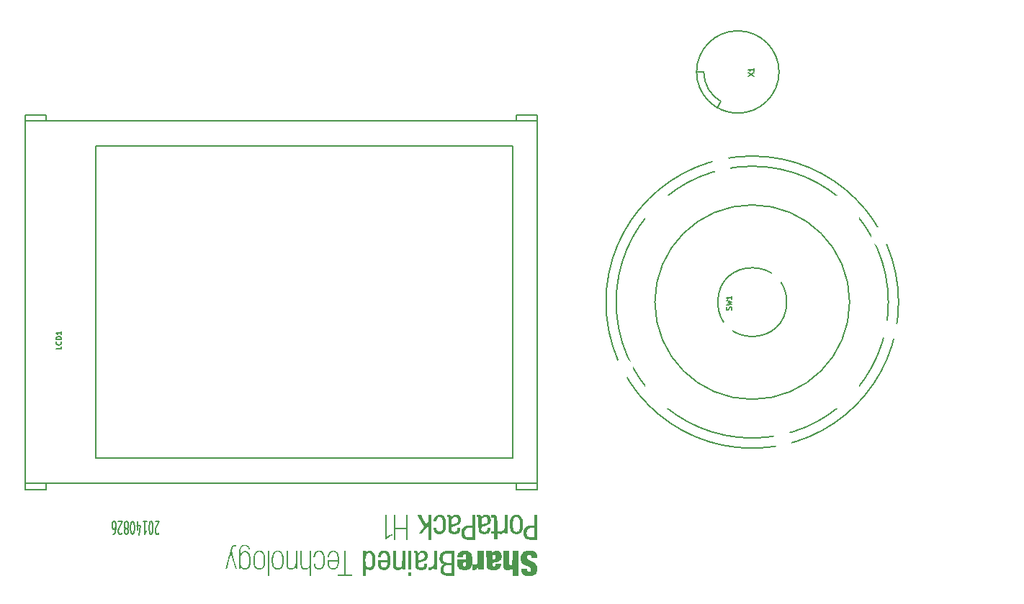
<source format=gto>
%FSLAX34Y34*%
G04 Gerber Fmt 3.4, Leading zero omitted, Abs format*
G04 (created by PCBNEW (2014-03-01 BZR 4730)-product) date Tuesday, August 26, 2014 'AMt' 09:20:28 AM*
%MOIN*%
G01*
G70*
G90*
G04 APERTURE LIST*
%ADD10C,0.006000*%
%ADD11C,0.003937*%
%ADD12C,0.005906*%
%ADD13C,0.226472*%
%ADD14C,0.029622*%
%ADD15C,0.061118*%
%ADD16C,0.068992*%
%ADD17C,0.088677*%
%ADD18C,0.163480*%
%ADD19C,0.072929*%
%ADD20C,0.076866*%
G04 APERTURE END LIST*
G54D10*
X30613Y-64838D02*
X30598Y-64866D01*
X30570Y-64895D01*
X30498Y-64895D01*
X30470Y-64866D01*
X30456Y-64838D01*
X30441Y-64781D01*
X30441Y-64724D01*
X30456Y-64638D01*
X30627Y-64295D01*
X30441Y-64295D01*
X30256Y-64895D02*
X30227Y-64895D01*
X30198Y-64866D01*
X30184Y-64838D01*
X30170Y-64781D01*
X30156Y-64666D01*
X30156Y-64524D01*
X30170Y-64409D01*
X30184Y-64352D01*
X30198Y-64324D01*
X30227Y-64295D01*
X30256Y-64295D01*
X30284Y-64324D01*
X30298Y-64352D01*
X30313Y-64409D01*
X30327Y-64524D01*
X30327Y-64666D01*
X30313Y-64781D01*
X30298Y-64838D01*
X30284Y-64866D01*
X30256Y-64895D01*
X29870Y-64295D02*
X30041Y-64295D01*
X29956Y-64295D02*
X29956Y-64895D01*
X29984Y-64809D01*
X30013Y-64752D01*
X30041Y-64724D01*
X29613Y-64695D02*
X29613Y-64295D01*
X29684Y-64924D02*
X29756Y-64495D01*
X29570Y-64495D01*
X29398Y-64895D02*
X29370Y-64895D01*
X29341Y-64866D01*
X29327Y-64838D01*
X29313Y-64781D01*
X29298Y-64666D01*
X29298Y-64524D01*
X29313Y-64409D01*
X29327Y-64352D01*
X29341Y-64324D01*
X29370Y-64295D01*
X29398Y-64295D01*
X29427Y-64324D01*
X29441Y-64352D01*
X29456Y-64409D01*
X29470Y-64524D01*
X29470Y-64666D01*
X29456Y-64781D01*
X29441Y-64838D01*
X29427Y-64866D01*
X29398Y-64895D01*
X29127Y-64638D02*
X29156Y-64666D01*
X29170Y-64695D01*
X29184Y-64752D01*
X29184Y-64781D01*
X29170Y-64838D01*
X29156Y-64866D01*
X29127Y-64895D01*
X29070Y-64895D01*
X29041Y-64866D01*
X29027Y-64838D01*
X29013Y-64781D01*
X29013Y-64752D01*
X29027Y-64695D01*
X29041Y-64666D01*
X29070Y-64638D01*
X29127Y-64638D01*
X29156Y-64609D01*
X29170Y-64581D01*
X29184Y-64524D01*
X29184Y-64409D01*
X29170Y-64352D01*
X29156Y-64324D01*
X29127Y-64295D01*
X29070Y-64295D01*
X29041Y-64324D01*
X29027Y-64352D01*
X29013Y-64409D01*
X29013Y-64524D01*
X29027Y-64581D01*
X29041Y-64609D01*
X29070Y-64638D01*
X28898Y-64838D02*
X28884Y-64866D01*
X28856Y-64895D01*
X28784Y-64895D01*
X28756Y-64866D01*
X28741Y-64838D01*
X28727Y-64781D01*
X28727Y-64724D01*
X28741Y-64638D01*
X28913Y-64295D01*
X28727Y-64295D01*
X28470Y-64895D02*
X28527Y-64895D01*
X28556Y-64866D01*
X28570Y-64838D01*
X28598Y-64752D01*
X28613Y-64638D01*
X28613Y-64409D01*
X28598Y-64352D01*
X28584Y-64324D01*
X28556Y-64295D01*
X28498Y-64295D01*
X28470Y-64324D01*
X28456Y-64352D01*
X28441Y-64409D01*
X28441Y-64552D01*
X28456Y-64609D01*
X28470Y-64638D01*
X28498Y-64666D01*
X28556Y-64666D01*
X28584Y-64638D01*
X28598Y-64609D01*
X28613Y-64552D01*
X24409Y-45724D02*
X24409Y-45448D01*
X24409Y-45448D02*
X25393Y-45448D01*
X25393Y-45448D02*
X25393Y-45724D01*
X24409Y-62543D02*
X24409Y-62818D01*
X24409Y-62818D02*
X25393Y-62818D01*
X25393Y-62818D02*
X25393Y-62543D01*
X48133Y-62543D02*
X48133Y-62818D01*
X48133Y-62818D02*
X47149Y-62818D01*
X47149Y-62818D02*
X47149Y-62543D01*
X48133Y-45724D02*
X48133Y-45448D01*
X48133Y-45448D02*
X47149Y-45448D01*
X47149Y-45448D02*
X47149Y-45724D01*
X46972Y-46905D02*
X46972Y-61362D01*
X46972Y-61362D02*
X27696Y-61362D01*
X27696Y-61362D02*
X27696Y-46905D01*
X27696Y-46905D02*
X46972Y-46905D01*
X24409Y-62543D02*
X24409Y-45724D01*
X24409Y-45724D02*
X48133Y-45724D01*
X48133Y-45724D02*
X48133Y-62543D01*
X48133Y-62543D02*
X24409Y-62543D01*
X56614Y-44828D02*
X56446Y-45118D01*
X55826Y-43464D02*
X55492Y-43464D01*
X55826Y-43464D02*
G75*
G03X56614Y-44828I1574J0D01*
G74*
G01*
X59311Y-43464D02*
G75*
G03X59311Y-43464I-1909J0D01*
G74*
G01*
G54D11*
G36*
X34317Y-66508D02*
X34319Y-66070D01*
X34319Y-66007D01*
X34319Y-65950D01*
X34319Y-65898D01*
X34319Y-65853D01*
X34320Y-65812D01*
X34320Y-65777D01*
X34320Y-65746D01*
X34320Y-65719D01*
X34321Y-65696D01*
X34321Y-65676D01*
X34321Y-65660D01*
X34322Y-65646D01*
X34322Y-65635D01*
X34323Y-65626D01*
X34323Y-65619D01*
X34324Y-65613D01*
X34325Y-65608D01*
X34325Y-65605D01*
X34337Y-65558D01*
X34351Y-65517D01*
X34368Y-65482D01*
X34389Y-65453D01*
X34413Y-65428D01*
X34441Y-65409D01*
X34473Y-65394D01*
X34509Y-65384D01*
X34527Y-65381D01*
X34542Y-65380D01*
X34562Y-65379D01*
X34583Y-65378D01*
X34604Y-65379D01*
X34624Y-65379D01*
X34639Y-65381D01*
X34642Y-65381D01*
X34671Y-65388D01*
X34699Y-65399D01*
X34725Y-65413D01*
X34748Y-65428D01*
X34757Y-65437D01*
X34774Y-65459D01*
X34789Y-65485D01*
X34802Y-65515D01*
X34810Y-65546D01*
X34813Y-65564D01*
X34815Y-65585D01*
X34783Y-65585D01*
X34752Y-65585D01*
X34750Y-65561D01*
X34745Y-65533D01*
X34734Y-65507D01*
X34717Y-65484D01*
X34695Y-65464D01*
X34674Y-65451D01*
X34658Y-65444D01*
X34641Y-65439D01*
X34624Y-65435D01*
X34603Y-65434D01*
X34577Y-65433D01*
X34574Y-65433D01*
X34555Y-65433D01*
X34540Y-65434D01*
X34528Y-65436D01*
X34517Y-65438D01*
X34505Y-65441D01*
X34502Y-65442D01*
X34473Y-65455D01*
X34449Y-65471D01*
X34428Y-65492D01*
X34411Y-65518D01*
X34398Y-65550D01*
X34388Y-65587D01*
X34388Y-65587D01*
X34385Y-65597D01*
X34384Y-65607D01*
X34383Y-65617D01*
X34381Y-65630D01*
X34381Y-65645D01*
X34380Y-65664D01*
X34379Y-65688D01*
X34379Y-65717D01*
X34379Y-65730D01*
X34378Y-65763D01*
X34378Y-65790D01*
X34378Y-65810D01*
X34379Y-65825D01*
X34379Y-65835D01*
X34380Y-65836D01*
X34380Y-66096D01*
X34380Y-66131D01*
X34381Y-66164D01*
X34382Y-66194D01*
X34384Y-66221D01*
X34386Y-66231D01*
X34394Y-66281D01*
X34405Y-66325D01*
X34419Y-66363D01*
X34436Y-66394D01*
X34455Y-66421D01*
X34477Y-66441D01*
X34503Y-66456D01*
X34531Y-66466D01*
X34563Y-66471D01*
X34577Y-66471D01*
X34612Y-66469D01*
X34643Y-66461D01*
X34671Y-66449D01*
X34695Y-66431D01*
X34709Y-66418D01*
X34727Y-66394D01*
X34743Y-66366D01*
X34756Y-66334D01*
X34767Y-66296D01*
X34775Y-66253D01*
X34781Y-66205D01*
X34784Y-66156D01*
X34786Y-66095D01*
X34785Y-66038D01*
X34781Y-65985D01*
X34774Y-65936D01*
X34765Y-65892D01*
X34753Y-65853D01*
X34739Y-65819D01*
X34722Y-65791D01*
X34713Y-65779D01*
X34692Y-65760D01*
X34667Y-65745D01*
X34639Y-65734D01*
X34608Y-65728D01*
X34576Y-65726D01*
X34544Y-65730D01*
X34532Y-65733D01*
X34504Y-65744D01*
X34479Y-65761D01*
X34455Y-65784D01*
X34435Y-65812D01*
X34418Y-65845D01*
X34414Y-65854D01*
X34407Y-65876D01*
X34400Y-65903D01*
X34393Y-65933D01*
X34388Y-65965D01*
X34386Y-65978D01*
X34383Y-66002D01*
X34381Y-66030D01*
X34380Y-66062D01*
X34380Y-66096D01*
X34380Y-65836D01*
X34381Y-65840D01*
X34382Y-65840D01*
X34384Y-65837D01*
X34387Y-65829D01*
X34387Y-65828D01*
X34391Y-65819D01*
X34396Y-65807D01*
X34403Y-65792D01*
X34406Y-65785D01*
X34425Y-65755D01*
X34449Y-65729D01*
X34477Y-65707D01*
X34499Y-65694D01*
X34532Y-65681D01*
X34567Y-65674D01*
X34602Y-65671D01*
X34637Y-65674D01*
X34671Y-65682D01*
X34703Y-65694D01*
X34732Y-65711D01*
X34757Y-65733D01*
X34771Y-65749D01*
X34791Y-65778D01*
X34808Y-65811D01*
X34822Y-65846D01*
X34833Y-65886D01*
X34841Y-65929D01*
X34847Y-65978D01*
X34851Y-66031D01*
X34852Y-66091D01*
X34852Y-66095D01*
X34852Y-66148D01*
X34849Y-66196D01*
X34845Y-66240D01*
X34839Y-66280D01*
X34831Y-66316D01*
X34821Y-66352D01*
X34811Y-66381D01*
X34794Y-66417D01*
X34773Y-66449D01*
X34747Y-66475D01*
X34718Y-66495D01*
X34685Y-66511D01*
X34648Y-66521D01*
X34607Y-66525D01*
X34596Y-66525D01*
X34569Y-66525D01*
X34546Y-66523D01*
X34526Y-66519D01*
X34507Y-66512D01*
X34489Y-66504D01*
X34460Y-66486D01*
X34434Y-66463D01*
X34412Y-66434D01*
X34394Y-66400D01*
X34393Y-66396D01*
X34388Y-66384D01*
X34383Y-66375D01*
X34381Y-66370D01*
X34380Y-66370D01*
X34380Y-66372D01*
X34379Y-66380D01*
X34378Y-66393D01*
X34378Y-66409D01*
X34378Y-66429D01*
X34378Y-66437D01*
X34378Y-66508D01*
X34348Y-66508D01*
X34317Y-66508D01*
X34317Y-66508D01*
X34317Y-66508D01*
G37*
G36*
X33684Y-66504D02*
X33685Y-66500D01*
X33688Y-66490D01*
X33692Y-66474D01*
X33697Y-66453D01*
X33704Y-66428D01*
X33712Y-66398D01*
X33721Y-66364D01*
X33731Y-66327D01*
X33742Y-66287D01*
X33753Y-66244D01*
X33765Y-66199D01*
X33778Y-66153D01*
X33791Y-66105D01*
X33804Y-66056D01*
X33817Y-66007D01*
X33831Y-65958D01*
X33844Y-65909D01*
X33857Y-65861D01*
X33870Y-65815D01*
X33882Y-65770D01*
X33894Y-65727D01*
X33905Y-65687D01*
X33915Y-65649D01*
X33924Y-65615D01*
X33933Y-65585D01*
X33940Y-65560D01*
X33946Y-65538D01*
X33950Y-65522D01*
X33953Y-65512D01*
X33955Y-65508D01*
X33966Y-65484D01*
X33979Y-65461D01*
X33994Y-65441D01*
X34005Y-65429D01*
X34023Y-65417D01*
X34044Y-65406D01*
X34066Y-65398D01*
X34077Y-65395D01*
X34088Y-65393D01*
X34103Y-65392D01*
X34120Y-65391D01*
X34137Y-65391D01*
X34154Y-65391D01*
X34169Y-65392D01*
X34181Y-65393D01*
X34188Y-65395D01*
X34190Y-65396D01*
X34190Y-65401D01*
X34191Y-65411D01*
X34190Y-65423D01*
X34189Y-65446D01*
X34141Y-65446D01*
X34117Y-65447D01*
X34097Y-65448D01*
X34082Y-65451D01*
X34070Y-65455D01*
X34059Y-65462D01*
X34048Y-65470D01*
X34036Y-65483D01*
X34025Y-65502D01*
X34013Y-65528D01*
X34001Y-65560D01*
X33989Y-65598D01*
X33988Y-65603D01*
X33970Y-65663D01*
X34093Y-66086D01*
X34217Y-66508D01*
X34183Y-66508D01*
X34149Y-66508D01*
X34045Y-66135D01*
X34031Y-66087D01*
X34018Y-66040D01*
X34005Y-65996D01*
X33994Y-65954D01*
X33983Y-65915D01*
X33973Y-65880D01*
X33963Y-65848D01*
X33956Y-65821D01*
X33949Y-65798D01*
X33944Y-65780D01*
X33940Y-65768D01*
X33938Y-65761D01*
X33938Y-65760D01*
X33937Y-65763D01*
X33934Y-65772D01*
X33930Y-65786D01*
X33925Y-65805D01*
X33918Y-65829D01*
X33911Y-65858D01*
X33903Y-65890D01*
X33894Y-65925D01*
X33885Y-65963D01*
X33874Y-66003D01*
X33866Y-66037D01*
X33855Y-66082D01*
X33844Y-66126D01*
X33833Y-66171D01*
X33822Y-66214D01*
X33812Y-66255D01*
X33803Y-66293D01*
X33794Y-66328D01*
X33786Y-66359D01*
X33780Y-66385D01*
X33775Y-66406D01*
X33773Y-66412D01*
X33749Y-66508D01*
X33717Y-66508D01*
X33700Y-66508D01*
X33690Y-66507D01*
X33685Y-66505D01*
X33684Y-66504D01*
X33684Y-66504D01*
X33684Y-66504D01*
G37*
G36*
X42404Y-65718D02*
X42405Y-65701D01*
X42405Y-65687D01*
X42406Y-65676D01*
X42407Y-65670D01*
X42407Y-65670D01*
X42412Y-65669D01*
X42421Y-65667D01*
X42435Y-65666D01*
X42450Y-65664D01*
X42451Y-65664D01*
X42484Y-65662D01*
X42512Y-65663D01*
X42536Y-65667D01*
X42557Y-65675D01*
X42561Y-65677D01*
X42572Y-65684D01*
X42580Y-65691D01*
X42587Y-65701D01*
X42589Y-65705D01*
X42594Y-65719D01*
X42599Y-65735D01*
X42602Y-65748D01*
X42604Y-65759D01*
X42606Y-65768D01*
X42608Y-65771D01*
X42608Y-65771D01*
X42610Y-65769D01*
X42614Y-65763D01*
X42614Y-66014D01*
X42614Y-66135D01*
X42629Y-66125D01*
X42640Y-66118D01*
X42651Y-66111D01*
X42665Y-66105D01*
X42681Y-66098D01*
X42700Y-66091D01*
X42725Y-66082D01*
X42741Y-66076D01*
X42762Y-66069D01*
X42783Y-66061D01*
X42801Y-66055D01*
X42816Y-66049D01*
X42826Y-66045D01*
X42827Y-66044D01*
X42851Y-66030D01*
X42872Y-66010D01*
X42888Y-65987D01*
X42899Y-65959D01*
X42905Y-65928D01*
X42907Y-65894D01*
X42905Y-65873D01*
X42899Y-65842D01*
X42891Y-65816D01*
X42878Y-65795D01*
X42863Y-65778D01*
X42852Y-65771D01*
X42833Y-65763D01*
X42811Y-65757D01*
X42786Y-65756D01*
X42760Y-65757D01*
X42736Y-65762D01*
X42730Y-65764D01*
X42700Y-65778D01*
X42673Y-65797D01*
X42649Y-65821D01*
X42636Y-65839D01*
X42631Y-65848D01*
X42626Y-65856D01*
X42623Y-65864D01*
X42620Y-65873D01*
X42618Y-65884D01*
X42617Y-65897D01*
X42616Y-65913D01*
X42615Y-65933D01*
X42615Y-65958D01*
X42614Y-65988D01*
X42614Y-66014D01*
X42614Y-65763D01*
X42615Y-65762D01*
X42619Y-65756D01*
X42636Y-65734D01*
X42658Y-65712D01*
X42683Y-65693D01*
X42710Y-65676D01*
X42737Y-65664D01*
X42737Y-65664D01*
X42753Y-65659D01*
X42772Y-65654D01*
X42791Y-65651D01*
X42809Y-65649D01*
X42824Y-65648D01*
X42824Y-65648D01*
X42832Y-65649D01*
X42843Y-65650D01*
X42856Y-65652D01*
X42882Y-65656D01*
X42909Y-65664D01*
X42933Y-65673D01*
X42953Y-65684D01*
X42980Y-65705D01*
X43002Y-65731D01*
X43020Y-65762D01*
X43034Y-65796D01*
X43043Y-65835D01*
X43047Y-65877D01*
X43047Y-65916D01*
X43042Y-65959D01*
X43032Y-65998D01*
X43018Y-66032D01*
X42998Y-66062D01*
X42974Y-66088D01*
X42945Y-66109D01*
X42910Y-66126D01*
X42903Y-66129D01*
X42893Y-66132D01*
X42879Y-66137D01*
X42860Y-66143D01*
X42838Y-66150D01*
X42814Y-66157D01*
X42788Y-66165D01*
X42783Y-66166D01*
X42749Y-66177D01*
X42722Y-66185D01*
X42699Y-66193D01*
X42681Y-66200D01*
X42666Y-66206D01*
X42654Y-66212D01*
X42645Y-66218D01*
X42637Y-66224D01*
X42633Y-66227D01*
X42623Y-66238D01*
X42617Y-66250D01*
X42612Y-66263D01*
X42610Y-66281D01*
X42609Y-66293D01*
X42609Y-66327D01*
X42613Y-66357D01*
X42622Y-66382D01*
X42636Y-66403D01*
X42646Y-66414D01*
X42662Y-66426D01*
X42679Y-66434D01*
X42699Y-66440D01*
X42724Y-66443D01*
X42736Y-66444D01*
X42768Y-66443D01*
X42794Y-66439D01*
X42817Y-66431D01*
X42838Y-66419D01*
X42850Y-66408D01*
X42865Y-66390D01*
X42877Y-66367D01*
X42885Y-66341D01*
X42890Y-66313D01*
X42891Y-66299D01*
X42891Y-66290D01*
X42891Y-66283D01*
X42893Y-66278D01*
X42897Y-66275D01*
X42904Y-66273D01*
X42914Y-66272D01*
X42929Y-66271D01*
X42950Y-66271D01*
X42961Y-66271D01*
X43028Y-66271D01*
X43028Y-66281D01*
X43027Y-66289D01*
X43026Y-66301D01*
X43025Y-66316D01*
X43024Y-66323D01*
X43017Y-66368D01*
X43006Y-66407D01*
X42991Y-66441D01*
X42971Y-66470D01*
X42947Y-66494D01*
X42918Y-66514D01*
X42884Y-66529D01*
X42845Y-66540D01*
X42801Y-66548D01*
X42800Y-66548D01*
X42746Y-66551D01*
X42696Y-66549D01*
X42649Y-66542D01*
X42606Y-66530D01*
X42582Y-66519D01*
X42556Y-66506D01*
X42536Y-66490D01*
X42519Y-66472D01*
X42505Y-66450D01*
X42493Y-66423D01*
X42487Y-66405D01*
X42480Y-66380D01*
X42478Y-66081D01*
X42478Y-66030D01*
X42477Y-65985D01*
X42477Y-65945D01*
X42477Y-65911D01*
X42476Y-65883D01*
X42476Y-65858D01*
X42476Y-65838D01*
X42475Y-65822D01*
X42475Y-65808D01*
X42474Y-65798D01*
X42474Y-65790D01*
X42473Y-65785D01*
X42472Y-65781D01*
X42472Y-65778D01*
X42471Y-65776D01*
X42469Y-65774D01*
X42469Y-65774D01*
X42462Y-65766D01*
X42454Y-65761D01*
X42444Y-65759D01*
X42430Y-65759D01*
X42418Y-65760D01*
X42410Y-65763D01*
X42408Y-65763D01*
X42406Y-65762D01*
X42405Y-65758D01*
X42405Y-65750D01*
X42404Y-65737D01*
X42404Y-65719D01*
X42404Y-65718D01*
X42404Y-65718D01*
X42404Y-65718D01*
G37*
G36*
X40734Y-66085D02*
X40874Y-66085D01*
X40874Y-66191D01*
X40874Y-66228D01*
X40876Y-66270D01*
X40881Y-66307D01*
X40890Y-66341D01*
X40903Y-66372D01*
X40904Y-66375D01*
X40920Y-66400D01*
X40938Y-66419D01*
X40960Y-66432D01*
X40985Y-66441D01*
X41012Y-66444D01*
X41044Y-66443D01*
X41073Y-66437D01*
X41097Y-66425D01*
X41119Y-66407D01*
X41137Y-66384D01*
X41152Y-66355D01*
X41157Y-66340D01*
X41169Y-66301D01*
X41176Y-66258D01*
X41180Y-66224D01*
X41182Y-66191D01*
X41028Y-66191D01*
X40874Y-66191D01*
X40874Y-66085D01*
X40959Y-66085D01*
X41184Y-66085D01*
X41184Y-66049D01*
X41184Y-66024D01*
X41183Y-65998D01*
X41181Y-65971D01*
X41179Y-65945D01*
X41176Y-65922D01*
X41173Y-65903D01*
X41173Y-65900D01*
X41168Y-65883D01*
X41160Y-65863D01*
X41151Y-65842D01*
X41141Y-65823D01*
X41130Y-65806D01*
X41123Y-65795D01*
X41106Y-65780D01*
X41086Y-65768D01*
X41061Y-65760D01*
X41059Y-65759D01*
X41028Y-65755D01*
X40997Y-65757D01*
X40970Y-65765D01*
X40944Y-65779D01*
X40922Y-65798D01*
X40903Y-65823D01*
X40891Y-65847D01*
X40886Y-65859D01*
X40882Y-65876D01*
X40878Y-65896D01*
X40876Y-65915D01*
X40874Y-65932D01*
X40874Y-65935D01*
X40874Y-65951D01*
X40808Y-65951D01*
X40741Y-65951D01*
X40741Y-65934D01*
X40743Y-65909D01*
X40749Y-65881D01*
X40758Y-65851D01*
X40769Y-65821D01*
X40782Y-65792D01*
X40797Y-65766D01*
X40808Y-65750D01*
X40833Y-65721D01*
X40864Y-65696D01*
X40898Y-65677D01*
X40935Y-65663D01*
X40958Y-65657D01*
X40987Y-65652D01*
X41019Y-65650D01*
X41050Y-65650D01*
X41069Y-65651D01*
X41110Y-65659D01*
X41148Y-65670D01*
X41181Y-65687D01*
X41211Y-65709D01*
X41237Y-65736D01*
X41260Y-65768D01*
X41279Y-65806D01*
X41295Y-65849D01*
X41307Y-65897D01*
X41316Y-65951D01*
X41321Y-65997D01*
X41323Y-66020D01*
X41324Y-66046D01*
X41324Y-66076D01*
X41324Y-66107D01*
X41323Y-66139D01*
X41322Y-66169D01*
X41320Y-66197D01*
X41318Y-66221D01*
X41316Y-66240D01*
X41316Y-66241D01*
X41308Y-66284D01*
X41298Y-66326D01*
X41285Y-66365D01*
X41271Y-66399D01*
X41257Y-66428D01*
X41247Y-66442D01*
X41233Y-66459D01*
X41216Y-66476D01*
X41199Y-66492D01*
X41183Y-66505D01*
X41173Y-66512D01*
X41143Y-66527D01*
X41112Y-66538D01*
X41080Y-66545D01*
X41044Y-66550D01*
X41034Y-66550D01*
X40990Y-66549D01*
X40947Y-66543D01*
X40907Y-66532D01*
X40871Y-66515D01*
X40838Y-66492D01*
X40835Y-66490D01*
X40813Y-66468D01*
X40794Y-66442D01*
X40777Y-66411D01*
X40763Y-66374D01*
X40751Y-66332D01*
X40744Y-66302D01*
X40742Y-66290D01*
X40740Y-66278D01*
X40739Y-66263D01*
X40738Y-66246D01*
X40737Y-66225D01*
X40736Y-66199D01*
X40735Y-66177D01*
X40734Y-66085D01*
X40734Y-66085D01*
X40734Y-66085D01*
G37*
G36*
X40038Y-65671D02*
X40103Y-65671D01*
X40166Y-65671D01*
X40166Y-66107D01*
X40167Y-66139D01*
X40168Y-66170D01*
X40169Y-66197D01*
X40171Y-66220D01*
X40172Y-66225D01*
X40181Y-66272D01*
X40193Y-66313D01*
X40207Y-66348D01*
X40225Y-66377D01*
X40245Y-66401D01*
X40268Y-66418D01*
X40278Y-66423D01*
X40288Y-66427D01*
X40297Y-66430D01*
X40306Y-66432D01*
X40317Y-66433D01*
X40333Y-66433D01*
X40338Y-66433D01*
X40355Y-66433D01*
X40368Y-66432D01*
X40377Y-66431D01*
X40385Y-66428D01*
X40394Y-66424D01*
X40394Y-66424D01*
X40414Y-66413D01*
X40431Y-66397D01*
X40446Y-66377D01*
X40458Y-66352D01*
X40469Y-66322D01*
X40478Y-66286D01*
X40486Y-66245D01*
X40487Y-66239D01*
X40489Y-66219D01*
X40491Y-66194D01*
X40492Y-66165D01*
X40492Y-66133D01*
X40493Y-66100D01*
X40492Y-66067D01*
X40492Y-66035D01*
X40490Y-66006D01*
X40489Y-65981D01*
X40487Y-65963D01*
X40479Y-65919D01*
X40470Y-65882D01*
X40459Y-65850D01*
X40446Y-65824D01*
X40431Y-65803D01*
X40413Y-65787D01*
X40393Y-65775D01*
X40379Y-65770D01*
X40361Y-65766D01*
X40340Y-65765D01*
X40318Y-65766D01*
X40298Y-65768D01*
X40293Y-65770D01*
X40269Y-65778D01*
X40248Y-65790D01*
X40229Y-65805D01*
X40214Y-65825D01*
X40201Y-65849D01*
X40190Y-65879D01*
X40181Y-65914D01*
X40173Y-65955D01*
X40172Y-65963D01*
X40170Y-65984D01*
X40168Y-66011D01*
X40167Y-66041D01*
X40166Y-66073D01*
X40166Y-66107D01*
X40166Y-65671D01*
X40168Y-65671D01*
X40168Y-65724D01*
X40168Y-65776D01*
X40178Y-65755D01*
X40194Y-65730D01*
X40215Y-65706D01*
X40241Y-65685D01*
X40269Y-65668D01*
X40299Y-65657D01*
X40306Y-65655D01*
X40325Y-65652D01*
X40347Y-65650D01*
X40371Y-65650D01*
X40390Y-65651D01*
X40429Y-65659D01*
X40466Y-65672D01*
X40498Y-65691D01*
X40528Y-65716D01*
X40554Y-65746D01*
X40576Y-65782D01*
X40578Y-65785D01*
X40591Y-65814D01*
X40602Y-65848D01*
X40613Y-65886D01*
X40622Y-65927D01*
X40628Y-65966D01*
X40629Y-65978D01*
X40630Y-65994D01*
X40631Y-66015D01*
X40632Y-66037D01*
X40633Y-66061D01*
X40633Y-66070D01*
X40633Y-66139D01*
X40630Y-66204D01*
X40623Y-66263D01*
X40613Y-66317D01*
X40600Y-66365D01*
X40583Y-66408D01*
X40563Y-66445D01*
X40539Y-66477D01*
X40513Y-66502D01*
X40483Y-66522D01*
X40449Y-66537D01*
X40414Y-66547D01*
X40377Y-66551D01*
X40340Y-66549D01*
X40304Y-66541D01*
X40276Y-66530D01*
X40247Y-66514D01*
X40222Y-66495D01*
X40202Y-66474D01*
X40186Y-66452D01*
X40181Y-66442D01*
X40178Y-66435D01*
X40174Y-66431D01*
X40174Y-66431D01*
X40173Y-66434D01*
X40173Y-66444D01*
X40172Y-66459D01*
X40172Y-66479D01*
X40172Y-66503D01*
X40171Y-66532D01*
X40171Y-66563D01*
X40171Y-66598D01*
X40171Y-66623D01*
X40171Y-66815D01*
X40104Y-66815D01*
X40038Y-66815D01*
X40038Y-66243D01*
X40038Y-65671D01*
X40038Y-65671D01*
X40038Y-65671D01*
G37*
G36*
X38407Y-66095D02*
X38474Y-66095D01*
X38474Y-66148D01*
X38474Y-66178D01*
X38476Y-66220D01*
X38480Y-66261D01*
X38488Y-66299D01*
X38497Y-66335D01*
X38509Y-66368D01*
X38523Y-66396D01*
X38539Y-66418D01*
X38546Y-66426D01*
X38567Y-66444D01*
X38591Y-66457D01*
X38617Y-66466D01*
X38648Y-66470D01*
X38669Y-66471D01*
X38704Y-66469D01*
X38735Y-66462D01*
X38762Y-66450D01*
X38787Y-66433D01*
X38803Y-66417D01*
X38821Y-66393D01*
X38838Y-66364D01*
X38852Y-66330D01*
X38863Y-66292D01*
X38871Y-66251D01*
X38876Y-66209D01*
X38876Y-66206D01*
X38877Y-66190D01*
X38878Y-66176D01*
X38879Y-66164D01*
X38880Y-66160D01*
X38881Y-66148D01*
X38678Y-66148D01*
X38474Y-66148D01*
X38474Y-66095D01*
X38642Y-66095D01*
X38692Y-66095D01*
X38736Y-66094D01*
X38775Y-66094D01*
X38807Y-66094D01*
X38834Y-66093D01*
X38855Y-66093D01*
X38869Y-66092D01*
X38878Y-66092D01*
X38879Y-66091D01*
X38880Y-66087D01*
X38880Y-66077D01*
X38880Y-66063D01*
X38879Y-66045D01*
X38878Y-66025D01*
X38877Y-66004D01*
X38875Y-65983D01*
X38874Y-65962D01*
X38873Y-65944D01*
X38871Y-65929D01*
X38871Y-65926D01*
X38865Y-65893D01*
X38858Y-65862D01*
X38847Y-65833D01*
X38836Y-65808D01*
X38819Y-65778D01*
X38800Y-65753D01*
X38779Y-65735D01*
X38756Y-65721D01*
X38729Y-65712D01*
X38724Y-65711D01*
X38708Y-65709D01*
X38687Y-65708D01*
X38665Y-65709D01*
X38643Y-65711D01*
X38624Y-65714D01*
X38613Y-65718D01*
X38594Y-65726D01*
X38575Y-65737D01*
X38557Y-65750D01*
X38542Y-65764D01*
X38537Y-65769D01*
X38522Y-65790D01*
X38509Y-65816D01*
X38497Y-65846D01*
X38488Y-65878D01*
X38481Y-65909D01*
X38481Y-65914D01*
X38477Y-65945D01*
X38447Y-65945D01*
X38418Y-65945D01*
X38418Y-65931D01*
X38419Y-65906D01*
X38424Y-65877D01*
X38432Y-65848D01*
X38441Y-65819D01*
X38448Y-65802D01*
X38459Y-65780D01*
X38473Y-65758D01*
X38488Y-65736D01*
X38503Y-65718D01*
X38514Y-65708D01*
X38533Y-65693D01*
X38556Y-65680D01*
X38581Y-65668D01*
X38605Y-65660D01*
X38608Y-65660D01*
X38631Y-65656D01*
X38657Y-65654D01*
X38685Y-65653D01*
X38710Y-65654D01*
X38719Y-65655D01*
X38758Y-65662D01*
X38793Y-65675D01*
X38824Y-65693D01*
X38851Y-65716D01*
X38874Y-65744D01*
X38892Y-65775D01*
X38905Y-65808D01*
X38917Y-65846D01*
X38928Y-65889D01*
X38936Y-65939D01*
X38940Y-65968D01*
X38942Y-65994D01*
X38944Y-66023D01*
X38945Y-66056D01*
X38946Y-66090D01*
X38946Y-66125D01*
X38945Y-66158D01*
X38944Y-66188D01*
X38942Y-66213D01*
X38940Y-66229D01*
X38930Y-66284D01*
X38916Y-66333D01*
X38899Y-66377D01*
X38878Y-66415D01*
X38854Y-66447D01*
X38826Y-66474D01*
X38795Y-66496D01*
X38760Y-66512D01*
X38738Y-66518D01*
X38720Y-66522D01*
X38697Y-66524D01*
X38673Y-66526D01*
X38648Y-66526D01*
X38626Y-66524D01*
X38610Y-66522D01*
X38590Y-66517D01*
X38568Y-66509D01*
X38548Y-66500D01*
X38532Y-66491D01*
X38532Y-66491D01*
X38505Y-66468D01*
X38481Y-66440D01*
X38461Y-66406D01*
X38444Y-66367D01*
X38430Y-66321D01*
X38420Y-66271D01*
X38413Y-66214D01*
X38409Y-66154D01*
X38407Y-66095D01*
X38407Y-66095D01*
X38407Y-66095D01*
G37*
G36*
X37764Y-65933D02*
X37766Y-65911D01*
X37771Y-65885D01*
X37779Y-65856D01*
X37788Y-65827D01*
X37800Y-65798D01*
X37812Y-65772D01*
X37824Y-65750D01*
X37833Y-65738D01*
X37860Y-65710D01*
X37891Y-65688D01*
X37925Y-65671D01*
X37962Y-65659D01*
X38003Y-65653D01*
X38045Y-65653D01*
X38065Y-65655D01*
X38101Y-65662D01*
X38134Y-65673D01*
X38164Y-65690D01*
X38190Y-65711D01*
X38213Y-65738D01*
X38233Y-65769D01*
X38250Y-65807D01*
X38265Y-65849D01*
X38276Y-65898D01*
X38285Y-65952D01*
X38291Y-66012D01*
X38291Y-66023D01*
X38294Y-66080D01*
X38293Y-66135D01*
X38289Y-66190D01*
X38283Y-66241D01*
X38273Y-66290D01*
X38262Y-66334D01*
X38251Y-66363D01*
X38233Y-66402D01*
X38210Y-66436D01*
X38183Y-66465D01*
X38153Y-66489D01*
X38119Y-66507D01*
X38083Y-66519D01*
X38071Y-66522D01*
X38052Y-66524D01*
X38030Y-66525D01*
X38006Y-66526D01*
X37983Y-66525D01*
X37963Y-66522D01*
X37951Y-66520D01*
X37920Y-66509D01*
X37890Y-66494D01*
X37863Y-66476D01*
X37839Y-66454D01*
X37821Y-66431D01*
X37807Y-66406D01*
X37794Y-66376D01*
X37783Y-66344D01*
X37775Y-66313D01*
X37770Y-66284D01*
X37769Y-66268D01*
X37802Y-66269D01*
X37836Y-66270D01*
X37837Y-66283D01*
X37839Y-66300D01*
X37843Y-66319D01*
X37848Y-66339D01*
X37853Y-66356D01*
X37856Y-66363D01*
X37867Y-66384D01*
X37883Y-66405D01*
X37901Y-66425D01*
X37920Y-66442D01*
X37938Y-66455D01*
X37941Y-66456D01*
X37962Y-66464D01*
X37987Y-66469D01*
X38014Y-66471D01*
X38041Y-66470D01*
X38063Y-66466D01*
X38093Y-66455D01*
X38121Y-66438D01*
X38145Y-66415D01*
X38167Y-66386D01*
X38185Y-66353D01*
X38199Y-66314D01*
X38199Y-66313D01*
X38209Y-66276D01*
X38216Y-66234D01*
X38221Y-66188D01*
X38224Y-66139D01*
X38226Y-66089D01*
X38225Y-66039D01*
X38222Y-65990D01*
X38217Y-65943D01*
X38210Y-65900D01*
X38201Y-65861D01*
X38199Y-65855D01*
X38185Y-65817D01*
X38167Y-65785D01*
X38146Y-65758D01*
X38122Y-65737D01*
X38094Y-65722D01*
X38067Y-65713D01*
X38050Y-65710D01*
X38030Y-65709D01*
X38009Y-65708D01*
X37989Y-65709D01*
X37973Y-65711D01*
X37971Y-65711D01*
X37943Y-65721D01*
X37917Y-65737D01*
X37894Y-65759D01*
X37874Y-65786D01*
X37858Y-65818D01*
X37845Y-65855D01*
X37836Y-65896D01*
X37834Y-65910D01*
X37832Y-65923D01*
X37831Y-65933D01*
X37831Y-65935D01*
X37831Y-65945D01*
X37798Y-65945D01*
X37764Y-65945D01*
X37764Y-65933D01*
X37764Y-65933D01*
X37764Y-65933D01*
G37*
G36*
X35829Y-66077D02*
X35830Y-66048D01*
X35830Y-66021D01*
X35831Y-65996D01*
X35832Y-65976D01*
X35833Y-65961D01*
X35834Y-65960D01*
X35843Y-65906D01*
X35854Y-65858D01*
X35868Y-65816D01*
X35885Y-65779D01*
X35895Y-65763D01*
X35895Y-66084D01*
X35896Y-66121D01*
X35898Y-66179D01*
X35903Y-66230D01*
X35910Y-66276D01*
X35920Y-66316D01*
X35932Y-66351D01*
X35947Y-66381D01*
X35964Y-66407D01*
X35979Y-66425D01*
X36003Y-66444D01*
X36029Y-66458D01*
X36059Y-66467D01*
X36093Y-66471D01*
X36106Y-66471D01*
X36141Y-66469D01*
X36172Y-66462D01*
X36200Y-66450D01*
X36225Y-66434D01*
X36247Y-66412D01*
X36265Y-66385D01*
X36281Y-66353D01*
X36294Y-66315D01*
X36304Y-66272D01*
X36311Y-66222D01*
X36317Y-66167D01*
X36318Y-66147D01*
X36319Y-66114D01*
X36319Y-66078D01*
X36318Y-66042D01*
X36316Y-66007D01*
X36314Y-65974D01*
X36311Y-65945D01*
X36309Y-65935D01*
X36300Y-65887D01*
X36288Y-65846D01*
X36273Y-65810D01*
X36256Y-65780D01*
X36235Y-65755D01*
X36211Y-65736D01*
X36184Y-65721D01*
X36161Y-65713D01*
X36146Y-65711D01*
X36127Y-65709D01*
X36106Y-65708D01*
X36085Y-65709D01*
X36066Y-65710D01*
X36061Y-65711D01*
X36048Y-65714D01*
X36034Y-65720D01*
X36019Y-65726D01*
X36019Y-65726D01*
X35993Y-65743D01*
X35970Y-65765D01*
X35950Y-65793D01*
X35933Y-65827D01*
X35919Y-65867D01*
X35909Y-65913D01*
X35901Y-65964D01*
X35896Y-66021D01*
X35895Y-66084D01*
X35895Y-65763D01*
X35904Y-65748D01*
X35927Y-65721D01*
X35952Y-65699D01*
X35980Y-65682D01*
X36003Y-65671D01*
X36027Y-65664D01*
X36052Y-65658D01*
X36076Y-65655D01*
X36093Y-65653D01*
X36106Y-65652D01*
X36118Y-65652D01*
X36131Y-65653D01*
X36148Y-65655D01*
X36151Y-65655D01*
X36190Y-65662D01*
X36226Y-65675D01*
X36260Y-65695D01*
X36270Y-65702D01*
X36292Y-65722D01*
X36312Y-65748D01*
X36330Y-65780D01*
X36346Y-65816D01*
X36359Y-65857D01*
X36370Y-65903D01*
X36378Y-65952D01*
X36384Y-66004D01*
X36387Y-66059D01*
X36387Y-66116D01*
X36385Y-66153D01*
X36381Y-66206D01*
X36374Y-66253D01*
X36366Y-66296D01*
X36355Y-66335D01*
X36342Y-66371D01*
X36331Y-66396D01*
X36314Y-66425D01*
X36296Y-66449D01*
X36275Y-66470D01*
X36250Y-66488D01*
X36242Y-66493D01*
X36211Y-66508D01*
X36177Y-66518D01*
X36141Y-66525D01*
X36102Y-66526D01*
X36064Y-66524D01*
X36027Y-66517D01*
X35992Y-66506D01*
X35970Y-66496D01*
X35956Y-66486D01*
X35939Y-66472D01*
X35923Y-66456D01*
X35907Y-66439D01*
X35895Y-66422D01*
X35890Y-66415D01*
X35875Y-66383D01*
X35862Y-66346D01*
X35850Y-66305D01*
X35840Y-66261D01*
X35834Y-66221D01*
X35832Y-66207D01*
X35831Y-66187D01*
X35830Y-66163D01*
X35830Y-66136D01*
X35829Y-66107D01*
X35829Y-66077D01*
X35829Y-66077D01*
X35829Y-66077D01*
G37*
G36*
X34976Y-66077D02*
X34976Y-66048D01*
X34977Y-66021D01*
X34978Y-65996D01*
X34979Y-65976D01*
X34980Y-65961D01*
X34980Y-65960D01*
X34990Y-65906D01*
X35001Y-65858D01*
X35015Y-65816D01*
X35032Y-65779D01*
X35042Y-65763D01*
X35042Y-66084D01*
X35042Y-66121D01*
X35045Y-66179D01*
X35050Y-66230D01*
X35057Y-66276D01*
X35067Y-66316D01*
X35079Y-66351D01*
X35093Y-66381D01*
X35110Y-66407D01*
X35126Y-66425D01*
X35149Y-66444D01*
X35176Y-66458D01*
X35206Y-66467D01*
X35239Y-66471D01*
X35253Y-66471D01*
X35288Y-66469D01*
X35319Y-66462D01*
X35347Y-66450D01*
X35372Y-66434D01*
X35393Y-66412D01*
X35412Y-66385D01*
X35428Y-66353D01*
X35440Y-66315D01*
X35451Y-66272D01*
X35458Y-66222D01*
X35463Y-66167D01*
X35464Y-66147D01*
X35465Y-66114D01*
X35465Y-66078D01*
X35465Y-66042D01*
X35463Y-66007D01*
X35461Y-65974D01*
X35457Y-65945D01*
X35456Y-65935D01*
X35447Y-65887D01*
X35435Y-65846D01*
X35420Y-65810D01*
X35402Y-65780D01*
X35382Y-65755D01*
X35358Y-65736D01*
X35331Y-65721D01*
X35308Y-65713D01*
X35293Y-65711D01*
X35274Y-65709D01*
X35252Y-65708D01*
X35231Y-65709D01*
X35213Y-65710D01*
X35207Y-65711D01*
X35195Y-65714D01*
X35180Y-65720D01*
X35166Y-65726D01*
X35166Y-65726D01*
X35140Y-65743D01*
X35117Y-65765D01*
X35097Y-65793D01*
X35080Y-65827D01*
X35066Y-65867D01*
X35055Y-65913D01*
X35048Y-65964D01*
X35043Y-66021D01*
X35042Y-66084D01*
X35042Y-65763D01*
X35051Y-65748D01*
X35073Y-65721D01*
X35099Y-65699D01*
X35126Y-65682D01*
X35150Y-65671D01*
X35173Y-65664D01*
X35199Y-65658D01*
X35223Y-65655D01*
X35240Y-65653D01*
X35253Y-65652D01*
X35265Y-65652D01*
X35278Y-65653D01*
X35294Y-65655D01*
X35298Y-65655D01*
X35337Y-65662D01*
X35373Y-65675D01*
X35407Y-65695D01*
X35416Y-65702D01*
X35439Y-65722D01*
X35459Y-65748D01*
X35477Y-65780D01*
X35493Y-65816D01*
X35506Y-65857D01*
X35517Y-65903D01*
X35525Y-65952D01*
X35531Y-66004D01*
X35533Y-66059D01*
X35533Y-66116D01*
X35532Y-66153D01*
X35527Y-66206D01*
X35521Y-66253D01*
X35513Y-66296D01*
X35502Y-66335D01*
X35489Y-66371D01*
X35478Y-66396D01*
X35461Y-66425D01*
X35443Y-66449D01*
X35422Y-66470D01*
X35397Y-66488D01*
X35388Y-66493D01*
X35358Y-66508D01*
X35324Y-66518D01*
X35287Y-66525D01*
X35249Y-66526D01*
X35211Y-66524D01*
X35174Y-66517D01*
X35139Y-66506D01*
X35117Y-66496D01*
X35102Y-66486D01*
X35086Y-66472D01*
X35069Y-66456D01*
X35054Y-66439D01*
X35042Y-66422D01*
X35037Y-66415D01*
X35022Y-66383D01*
X35009Y-66346D01*
X34997Y-66305D01*
X34987Y-66261D01*
X34980Y-66221D01*
X34979Y-66207D01*
X34978Y-66187D01*
X34977Y-66163D01*
X34976Y-66136D01*
X34976Y-66107D01*
X34976Y-66077D01*
X34976Y-66077D01*
X34976Y-66077D01*
G37*
G36*
X47348Y-65993D02*
X47350Y-65963D01*
X47352Y-65934D01*
X47355Y-65909D01*
X47357Y-65897D01*
X47370Y-65854D01*
X47387Y-65815D01*
X47409Y-65781D01*
X47436Y-65751D01*
X47467Y-65725D01*
X47504Y-65703D01*
X47546Y-65685D01*
X47593Y-65671D01*
X47631Y-65663D01*
X47646Y-65661D01*
X47667Y-65659D01*
X47691Y-65658D01*
X47718Y-65657D01*
X47747Y-65656D01*
X47775Y-65656D01*
X47801Y-65656D01*
X47825Y-65657D01*
X47845Y-65658D01*
X47849Y-65658D01*
X47892Y-65665D01*
X47933Y-65674D01*
X47970Y-65686D01*
X48003Y-65701D01*
X48020Y-65711D01*
X48047Y-65732D01*
X48071Y-65757D01*
X48092Y-65786D01*
X48108Y-65817D01*
X48111Y-65824D01*
X48119Y-65845D01*
X48124Y-65864D01*
X48128Y-65883D01*
X48131Y-65904D01*
X48133Y-65929D01*
X48133Y-65952D01*
X48135Y-66011D01*
X47991Y-66011D01*
X47848Y-66011D01*
X47848Y-65982D01*
X47846Y-65955D01*
X47842Y-65929D01*
X47836Y-65907D01*
X47830Y-65893D01*
X47816Y-65876D01*
X47798Y-65864D01*
X47777Y-65855D01*
X47755Y-65851D01*
X47731Y-65853D01*
X47717Y-65856D01*
X47697Y-65867D01*
X47680Y-65882D01*
X47667Y-65902D01*
X47659Y-65926D01*
X47655Y-65949D01*
X47656Y-65978D01*
X47661Y-66005D01*
X47672Y-66028D01*
X47689Y-66049D01*
X47689Y-66049D01*
X47700Y-66059D01*
X47711Y-66068D01*
X47723Y-66077D01*
X47738Y-66086D01*
X47755Y-66095D01*
X47776Y-66105D01*
X47801Y-66116D01*
X47831Y-66129D01*
X47861Y-66142D01*
X47900Y-66159D01*
X47933Y-66174D01*
X47962Y-66190D01*
X47986Y-66206D01*
X48008Y-66223D01*
X48029Y-66241D01*
X48043Y-66256D01*
X48067Y-66285D01*
X48087Y-66317D01*
X48102Y-66351D01*
X48112Y-66388D01*
X48118Y-66429D01*
X48120Y-66474D01*
X48120Y-66500D01*
X48116Y-66547D01*
X48110Y-66589D01*
X48100Y-66626D01*
X48086Y-66661D01*
X48069Y-66693D01*
X48053Y-66716D01*
X48027Y-66746D01*
X47996Y-66771D01*
X47961Y-66792D01*
X47921Y-66809D01*
X47876Y-66823D01*
X47849Y-66828D01*
X47835Y-66830D01*
X47816Y-66832D01*
X47792Y-66833D01*
X47766Y-66833D01*
X47738Y-66833D01*
X47711Y-66833D01*
X47685Y-66832D01*
X47662Y-66830D01*
X47642Y-66829D01*
X47630Y-66827D01*
X47583Y-66815D01*
X47543Y-66801D01*
X47507Y-66783D01*
X47477Y-66762D01*
X47451Y-66736D01*
X47429Y-66707D01*
X47411Y-66673D01*
X47409Y-66668D01*
X47399Y-66640D01*
X47391Y-66608D01*
X47384Y-66574D01*
X47380Y-66540D01*
X47378Y-66507D01*
X47378Y-66504D01*
X47378Y-66485D01*
X47516Y-66485D01*
X47654Y-66485D01*
X47656Y-66515D01*
X47660Y-66548D01*
X47667Y-66575D01*
X47676Y-66597D01*
X47688Y-66613D01*
X47704Y-66624D01*
X47723Y-66631D01*
X47725Y-66632D01*
X47749Y-66634D01*
X47771Y-66630D01*
X47790Y-66621D01*
X47806Y-66607D01*
X47819Y-66589D01*
X47828Y-66567D01*
X47832Y-66543D01*
X47832Y-66516D01*
X47831Y-66513D01*
X47824Y-66487D01*
X47813Y-66465D01*
X47796Y-66445D01*
X47795Y-66444D01*
X47783Y-66433D01*
X47771Y-66424D01*
X47757Y-66414D01*
X47740Y-66405D01*
X47721Y-66395D01*
X47698Y-66384D01*
X47670Y-66372D01*
X47637Y-66358D01*
X47629Y-66355D01*
X47590Y-66339D01*
X47557Y-66324D01*
X47529Y-66309D01*
X47504Y-66295D01*
X47483Y-66280D01*
X47463Y-66265D01*
X47444Y-66248D01*
X47441Y-66245D01*
X47412Y-66213D01*
X47390Y-66180D01*
X47372Y-66145D01*
X47360Y-66107D01*
X47352Y-66071D01*
X47350Y-66049D01*
X47348Y-66022D01*
X47348Y-65993D01*
X47348Y-65993D01*
X47348Y-65993D01*
G37*
G36*
X45742Y-65671D02*
X45881Y-65671D01*
X46021Y-65671D01*
X46026Y-65694D01*
X46029Y-65710D01*
X46032Y-65727D01*
X46033Y-65738D01*
X46035Y-65753D01*
X46037Y-65762D01*
X46038Y-65763D01*
X46038Y-66018D01*
X46038Y-66042D01*
X46038Y-66059D01*
X46038Y-66071D01*
X46039Y-66079D01*
X46040Y-66084D01*
X46041Y-66085D01*
X46042Y-66085D01*
X46044Y-66084D01*
X46058Y-66075D01*
X46079Y-66067D01*
X46089Y-66065D01*
X46109Y-66059D01*
X46129Y-66052D01*
X46148Y-66042D01*
X46162Y-66033D01*
X46175Y-66020D01*
X46185Y-66001D01*
X46192Y-65979D01*
X46196Y-65955D01*
X46197Y-65930D01*
X46195Y-65917D01*
X46189Y-65891D01*
X46178Y-65870D01*
X46165Y-65856D01*
X46148Y-65847D01*
X46128Y-65843D01*
X46105Y-65846D01*
X46095Y-65849D01*
X46085Y-65853D01*
X46075Y-65860D01*
X46072Y-65862D01*
X46063Y-65872D01*
X46055Y-65884D01*
X46049Y-65898D01*
X46044Y-65916D01*
X46041Y-65938D01*
X46039Y-65964D01*
X46038Y-65996D01*
X46038Y-66018D01*
X46038Y-65763D01*
X46040Y-65765D01*
X46043Y-65762D01*
X46048Y-65754D01*
X46049Y-65752D01*
X46060Y-65735D01*
X46075Y-65717D01*
X46091Y-65701D01*
X46108Y-65688D01*
X46112Y-65686D01*
X46124Y-65679D01*
X46139Y-65672D01*
X46155Y-65666D01*
X46156Y-65666D01*
X46168Y-65662D01*
X46179Y-65660D01*
X46190Y-65658D01*
X46204Y-65657D01*
X46222Y-65656D01*
X46231Y-65656D01*
X46264Y-65656D01*
X46291Y-65658D01*
X46305Y-65660D01*
X46341Y-65669D01*
X46373Y-65683D01*
X46400Y-65701D01*
X46422Y-65724D01*
X46432Y-65737D01*
X46448Y-65763D01*
X46459Y-65790D01*
X46467Y-65820D01*
X46472Y-65854D01*
X46474Y-65892D01*
X46473Y-65921D01*
X46471Y-65960D01*
X46467Y-65992D01*
X46459Y-66021D01*
X46449Y-66046D01*
X46436Y-66069D01*
X46419Y-66090D01*
X46416Y-66094D01*
X46400Y-66110D01*
X46381Y-66124D01*
X46360Y-66137D01*
X46336Y-66148D01*
X46308Y-66159D01*
X46274Y-66170D01*
X46235Y-66181D01*
X46211Y-66187D01*
X46176Y-66195D01*
X46147Y-66203D01*
X46123Y-66209D01*
X46104Y-66215D01*
X46089Y-66221D01*
X46077Y-66227D01*
X46067Y-66232D01*
X46060Y-66239D01*
X46054Y-66246D01*
X46049Y-66254D01*
X46044Y-66262D01*
X46042Y-66269D01*
X46040Y-66277D01*
X46039Y-66289D01*
X46039Y-66303D01*
X46040Y-66319D01*
X46040Y-66330D01*
X46042Y-66339D01*
X46045Y-66346D01*
X46048Y-66351D01*
X46060Y-66366D01*
X46076Y-66376D01*
X46097Y-66381D01*
X46110Y-66382D01*
X46133Y-66380D01*
X46152Y-66374D01*
X46166Y-66364D01*
X46177Y-66349D01*
X46185Y-66329D01*
X46189Y-66303D01*
X46190Y-66294D01*
X46192Y-66268D01*
X46317Y-66268D01*
X46441Y-66268D01*
X46441Y-66287D01*
X46439Y-66316D01*
X46434Y-66346D01*
X46426Y-66376D01*
X46415Y-66403D01*
X46403Y-66426D01*
X46400Y-66431D01*
X46378Y-66460D01*
X46355Y-66484D01*
X46329Y-66504D01*
X46299Y-66521D01*
X46299Y-66521D01*
X46277Y-66531D01*
X46256Y-66539D01*
X46234Y-66545D01*
X46211Y-66550D01*
X46186Y-66553D01*
X46156Y-66555D01*
X46122Y-66556D01*
X46098Y-66556D01*
X46064Y-66556D01*
X46036Y-66555D01*
X46012Y-66553D01*
X45991Y-66551D01*
X45971Y-66547D01*
X45952Y-66542D01*
X45935Y-66537D01*
X45898Y-66523D01*
X45865Y-66504D01*
X45836Y-66480D01*
X45813Y-66452D01*
X45794Y-66420D01*
X45781Y-66384D01*
X45779Y-66375D01*
X45777Y-66366D01*
X45775Y-66356D01*
X45773Y-66345D01*
X45772Y-66332D01*
X45771Y-66318D01*
X45770Y-66301D01*
X45769Y-66281D01*
X45769Y-66258D01*
X45768Y-66230D01*
X45768Y-66199D01*
X45768Y-66162D01*
X45768Y-66120D01*
X45768Y-66071D01*
X45768Y-66053D01*
X45768Y-66000D01*
X45768Y-65953D01*
X45767Y-65912D01*
X45767Y-65876D01*
X45767Y-65845D01*
X45766Y-65819D01*
X45765Y-65796D01*
X45764Y-65776D01*
X45763Y-65760D01*
X45762Y-65746D01*
X45760Y-65733D01*
X45758Y-65723D01*
X45756Y-65713D01*
X45753Y-65704D01*
X45751Y-65699D01*
X45742Y-65671D01*
X45742Y-65671D01*
X45742Y-65671D01*
G37*
G36*
X44404Y-66055D02*
X44618Y-66055D01*
X44672Y-66055D01*
X44672Y-66221D01*
X44672Y-66231D01*
X44672Y-66245D01*
X44673Y-66262D01*
X44674Y-66269D01*
X44677Y-66298D01*
X44680Y-66322D01*
X44686Y-66341D01*
X44692Y-66355D01*
X44701Y-66365D01*
X44713Y-66373D01*
X44717Y-66375D01*
X44733Y-66380D01*
X44752Y-66382D01*
X44771Y-66381D01*
X44785Y-66377D01*
X44798Y-66369D01*
X44809Y-66359D01*
X44817Y-66344D01*
X44823Y-66325D01*
X44827Y-66301D01*
X44830Y-66271D01*
X44830Y-66260D01*
X44832Y-66211D01*
X44753Y-66211D01*
X44728Y-66211D01*
X44708Y-66211D01*
X44693Y-66212D01*
X44683Y-66213D01*
X44677Y-66213D01*
X44674Y-66215D01*
X44672Y-66216D01*
X44672Y-66221D01*
X44672Y-66055D01*
X44832Y-66055D01*
X44830Y-65974D01*
X44830Y-65948D01*
X44829Y-65925D01*
X44828Y-65905D01*
X44826Y-65891D01*
X44825Y-65882D01*
X44825Y-65881D01*
X44815Y-65860D01*
X44801Y-65844D01*
X44784Y-65832D01*
X44764Y-65826D01*
X44743Y-65826D01*
X44738Y-65827D01*
X44720Y-65833D01*
X44705Y-65843D01*
X44693Y-65857D01*
X44684Y-65877D01*
X44677Y-65901D01*
X44673Y-65931D01*
X44672Y-65942D01*
X44670Y-65975D01*
X44541Y-65975D01*
X44411Y-65975D01*
X44413Y-65950D01*
X44419Y-65900D01*
X44429Y-65854D01*
X44443Y-65814D01*
X44460Y-65778D01*
X44482Y-65748D01*
X44508Y-65722D01*
X44538Y-65701D01*
X44559Y-65689D01*
X44581Y-65680D01*
X44607Y-65672D01*
X44635Y-65665D01*
X44663Y-65660D01*
X44677Y-65658D01*
X44695Y-65657D01*
X44716Y-65656D01*
X44741Y-65655D01*
X44767Y-65655D01*
X44793Y-65656D01*
X44816Y-65657D01*
X44834Y-65658D01*
X44837Y-65658D01*
X44884Y-65666D01*
X44926Y-65678D01*
X44963Y-65693D01*
X44995Y-65714D01*
X45024Y-65738D01*
X45048Y-65768D01*
X45053Y-65775D01*
X45063Y-65790D01*
X45071Y-65805D01*
X45079Y-65823D01*
X45086Y-65844D01*
X45087Y-65847D01*
X45097Y-65882D01*
X45105Y-65920D01*
X45111Y-65962D01*
X45115Y-66009D01*
X45117Y-66060D01*
X45117Y-66118D01*
X45117Y-66132D01*
X45116Y-66168D01*
X45114Y-66198D01*
X45113Y-66225D01*
X45110Y-66249D01*
X45107Y-66271D01*
X45102Y-66293D01*
X45097Y-66317D01*
X45096Y-66320D01*
X45082Y-66366D01*
X45064Y-66407D01*
X45041Y-66443D01*
X45014Y-66474D01*
X44983Y-66500D01*
X44947Y-66521D01*
X44907Y-66538D01*
X44861Y-66550D01*
X44861Y-66550D01*
X44842Y-66553D01*
X44819Y-66555D01*
X44792Y-66556D01*
X44764Y-66557D01*
X44735Y-66557D01*
X44708Y-66556D01*
X44684Y-66555D01*
X44668Y-66553D01*
X44623Y-66544D01*
X44584Y-66532D01*
X44549Y-66515D01*
X44518Y-66494D01*
X44491Y-66468D01*
X44468Y-66437D01*
X44451Y-66406D01*
X44440Y-66382D01*
X44431Y-66357D01*
X44423Y-66331D01*
X44417Y-66302D01*
X44412Y-66271D01*
X44409Y-66236D01*
X44407Y-66195D01*
X44405Y-66149D01*
X44405Y-66149D01*
X44404Y-66055D01*
X44404Y-66055D01*
X44404Y-66055D01*
G37*
G36*
X46541Y-65671D02*
X46684Y-65671D01*
X46828Y-65671D01*
X46828Y-65967D01*
X46828Y-66027D01*
X46828Y-66081D01*
X46828Y-66129D01*
X46828Y-66171D01*
X46829Y-66206D01*
X46829Y-66235D01*
X46830Y-66257D01*
X46830Y-66273D01*
X46831Y-66282D01*
X46831Y-66283D01*
X46838Y-66306D01*
X46848Y-66324D01*
X46861Y-66336D01*
X46879Y-66343D01*
X46898Y-66345D01*
X46920Y-66342D01*
X46938Y-66334D01*
X46952Y-66320D01*
X46961Y-66302D01*
X46964Y-66291D01*
X46965Y-66284D01*
X46966Y-66271D01*
X46966Y-66251D01*
X46967Y-66225D01*
X46967Y-66193D01*
X46967Y-66154D01*
X46967Y-66108D01*
X46968Y-66056D01*
X46968Y-65997D01*
X46968Y-65973D01*
X46968Y-65671D01*
X47113Y-65671D01*
X47258Y-65671D01*
X47258Y-66243D01*
X47258Y-66815D01*
X47114Y-66814D01*
X46969Y-66813D01*
X46968Y-66626D01*
X46966Y-66440D01*
X46954Y-66460D01*
X46942Y-66477D01*
X46927Y-66495D01*
X46911Y-66510D01*
X46896Y-66522D01*
X46894Y-66523D01*
X46875Y-66533D01*
X46851Y-66543D01*
X46825Y-66551D01*
X46816Y-66553D01*
X46797Y-66556D01*
X46774Y-66557D01*
X46749Y-66557D01*
X46724Y-66556D01*
X46701Y-66553D01*
X46686Y-66550D01*
X46652Y-66537D01*
X46622Y-66519D01*
X46597Y-66497D01*
X46576Y-66470D01*
X46560Y-66438D01*
X46548Y-66402D01*
X46547Y-66397D01*
X46546Y-66391D01*
X46545Y-66386D01*
X46545Y-66380D01*
X46544Y-66372D01*
X46543Y-66364D01*
X46543Y-66353D01*
X46542Y-66340D01*
X46542Y-66324D01*
X46542Y-66305D01*
X46542Y-66283D01*
X46541Y-66256D01*
X46541Y-66225D01*
X46541Y-66190D01*
X46541Y-66149D01*
X46541Y-66102D01*
X46541Y-66050D01*
X46541Y-66019D01*
X46541Y-65671D01*
X46541Y-65671D01*
X46541Y-65671D01*
G37*
G36*
X45128Y-66291D02*
X45145Y-66293D01*
X45164Y-66295D01*
X45185Y-66296D01*
X45208Y-66295D01*
X45229Y-66294D01*
X45248Y-66292D01*
X45258Y-66290D01*
X45286Y-66281D01*
X45309Y-66269D01*
X45327Y-66253D01*
X45341Y-66233D01*
X45352Y-66209D01*
X45354Y-66203D01*
X45355Y-66199D01*
X45356Y-66194D01*
X45356Y-66187D01*
X45357Y-66177D01*
X45358Y-66165D01*
X45358Y-66150D01*
X45359Y-66131D01*
X45359Y-66108D01*
X45359Y-66081D01*
X45360Y-66048D01*
X45360Y-66010D01*
X45360Y-65966D01*
X45360Y-65929D01*
X45361Y-65671D01*
X45505Y-65671D01*
X45648Y-65671D01*
X45648Y-66105D01*
X45648Y-66538D01*
X45509Y-66538D01*
X45371Y-66538D01*
X45371Y-66470D01*
X45371Y-66448D01*
X45370Y-66429D01*
X45370Y-66415D01*
X45369Y-66405D01*
X45368Y-66401D01*
X45368Y-66401D01*
X45365Y-66404D01*
X45362Y-66411D01*
X45361Y-66414D01*
X45349Y-66442D01*
X45333Y-66470D01*
X45314Y-66495D01*
X45294Y-66514D01*
X45267Y-66533D01*
X45240Y-66546D01*
X45210Y-66554D01*
X45176Y-66558D01*
X45163Y-66558D01*
X45128Y-66558D01*
X45128Y-66424D01*
X45128Y-66291D01*
X45128Y-66291D01*
X45128Y-66291D01*
G37*
G36*
X43595Y-66017D02*
X43596Y-65972D01*
X43601Y-65922D01*
X43611Y-65877D01*
X43625Y-65837D01*
X43643Y-65802D01*
X43666Y-65771D01*
X43694Y-65745D01*
X43727Y-65723D01*
X43743Y-65715D01*
X43743Y-65996D01*
X43745Y-66037D01*
X43752Y-66073D01*
X43763Y-66105D01*
X43778Y-66133D01*
X43799Y-66156D01*
X43824Y-66176D01*
X43848Y-66189D01*
X43862Y-66196D01*
X43876Y-66201D01*
X43889Y-66205D01*
X43903Y-66209D01*
X43919Y-66211D01*
X43938Y-66213D01*
X43961Y-66214D01*
X43987Y-66214D01*
X44020Y-66215D01*
X44035Y-66215D01*
X44134Y-66215D01*
X44134Y-66001D01*
X44134Y-65788D01*
X44018Y-65788D01*
X43987Y-65788D01*
X43961Y-65788D01*
X43940Y-65788D01*
X43924Y-65789D01*
X43911Y-65789D01*
X43900Y-65790D01*
X43892Y-65791D01*
X43884Y-65793D01*
X43877Y-65794D01*
X43876Y-65794D01*
X43844Y-65806D01*
X43817Y-65821D01*
X43794Y-65842D01*
X43775Y-65867D01*
X43770Y-65877D01*
X43759Y-65902D01*
X43751Y-65927D01*
X43746Y-65953D01*
X43744Y-65984D01*
X43743Y-65996D01*
X43743Y-65715D01*
X43766Y-65704D01*
X43809Y-65690D01*
X43849Y-65681D01*
X43857Y-65679D01*
X43865Y-65678D01*
X43874Y-65677D01*
X43883Y-65676D01*
X43894Y-65675D01*
X43907Y-65674D01*
X43923Y-65674D01*
X43943Y-65673D01*
X43966Y-65673D01*
X43994Y-65673D01*
X44028Y-65672D01*
X44067Y-65672D01*
X44080Y-65672D01*
X44274Y-65671D01*
X44274Y-66243D01*
X44274Y-66815D01*
X44074Y-66814D01*
X44030Y-66813D01*
X43993Y-66813D01*
X43961Y-66813D01*
X43935Y-66812D01*
X43913Y-66812D01*
X43895Y-66811D01*
X43880Y-66810D01*
X43869Y-66810D01*
X43860Y-66809D01*
X43853Y-66808D01*
X43849Y-66807D01*
X43805Y-66795D01*
X43766Y-66778D01*
X43732Y-66758D01*
X43703Y-66733D01*
X43679Y-66704D01*
X43660Y-66671D01*
X43647Y-66633D01*
X43638Y-66591D01*
X43634Y-66544D01*
X43633Y-66528D01*
X43634Y-66506D01*
X43634Y-66489D01*
X43636Y-66475D01*
X43638Y-66463D01*
X43640Y-66454D01*
X43653Y-66419D01*
X43670Y-66385D01*
X43692Y-66354D01*
X43716Y-66328D01*
X43717Y-66328D01*
X43727Y-66320D01*
X43740Y-66311D01*
X43754Y-66302D01*
X43769Y-66294D01*
X43780Y-66289D01*
X43780Y-66511D01*
X43782Y-66546D01*
X43787Y-66577D01*
X43796Y-66603D01*
X43808Y-66626D01*
X43825Y-66646D01*
X43847Y-66665D01*
X43874Y-66680D01*
X43899Y-66690D01*
X43906Y-66691D01*
X43914Y-66693D01*
X43924Y-66694D01*
X43938Y-66695D01*
X43954Y-66696D01*
X43976Y-66696D01*
X44002Y-66697D01*
X44027Y-66697D01*
X44134Y-66698D01*
X44134Y-66510D01*
X44134Y-66321D01*
X44037Y-66321D01*
X44005Y-66321D01*
X43979Y-66322D01*
X43958Y-66322D01*
X43941Y-66323D01*
X43928Y-66324D01*
X43918Y-66326D01*
X43916Y-66326D01*
X43882Y-66336D01*
X43853Y-66351D01*
X43829Y-66370D01*
X43810Y-66394D01*
X43795Y-66423D01*
X43785Y-66455D01*
X43781Y-66493D01*
X43780Y-66511D01*
X43780Y-66289D01*
X43781Y-66288D01*
X43790Y-66285D01*
X43793Y-66285D01*
X43798Y-66284D01*
X43797Y-66281D01*
X43792Y-66278D01*
X43783Y-66275D01*
X43782Y-66275D01*
X43763Y-66269D01*
X43742Y-66259D01*
X43720Y-66248D01*
X43700Y-66236D01*
X43689Y-66228D01*
X43663Y-66203D01*
X43641Y-66173D01*
X43623Y-66139D01*
X43609Y-66101D01*
X43600Y-66060D01*
X43595Y-66017D01*
X43595Y-66017D01*
X43595Y-66017D01*
G37*
G36*
X43098Y-66411D02*
X43122Y-66413D01*
X43157Y-66416D01*
X43187Y-66415D01*
X43212Y-66410D01*
X43216Y-66408D01*
X43243Y-66396D01*
X43270Y-66378D01*
X43293Y-66356D01*
X43313Y-66332D01*
X43324Y-66313D01*
X43328Y-66306D01*
X43331Y-66299D01*
X43333Y-66293D01*
X43335Y-66286D01*
X43337Y-66278D01*
X43339Y-66269D01*
X43340Y-66259D01*
X43341Y-66246D01*
X43342Y-66230D01*
X43343Y-66211D01*
X43343Y-66189D01*
X43344Y-66162D01*
X43344Y-66131D01*
X43344Y-66096D01*
X43344Y-66054D01*
X43344Y-66007D01*
X43344Y-65959D01*
X43344Y-65671D01*
X43413Y-65671D01*
X43481Y-65671D01*
X43481Y-66100D01*
X43481Y-66528D01*
X43413Y-66528D01*
X43345Y-66528D01*
X43344Y-66464D01*
X43343Y-66400D01*
X43331Y-66421D01*
X43311Y-66456D01*
X43287Y-66486D01*
X43262Y-66511D01*
X43234Y-66530D01*
X43206Y-66543D01*
X43192Y-66547D01*
X43173Y-66549D01*
X43153Y-66551D01*
X43133Y-66550D01*
X43116Y-66547D01*
X43107Y-66545D01*
X43098Y-66541D01*
X43098Y-66476D01*
X43098Y-66411D01*
X43098Y-66411D01*
X43098Y-66411D01*
G37*
G36*
X42154Y-65671D02*
X42221Y-65671D01*
X42288Y-65671D01*
X42288Y-66100D01*
X42288Y-66528D01*
X42221Y-66528D01*
X42154Y-66528D01*
X42154Y-66100D01*
X42154Y-65671D01*
X42154Y-65671D01*
X42154Y-65671D01*
G37*
G36*
X41437Y-65671D02*
X41504Y-65671D01*
X41571Y-65671D01*
X41572Y-65994D01*
X41573Y-66316D01*
X41581Y-66345D01*
X41591Y-66373D01*
X41604Y-66395D01*
X41619Y-66412D01*
X41637Y-66424D01*
X41660Y-66431D01*
X41687Y-66434D01*
X41697Y-66434D01*
X41721Y-66434D01*
X41740Y-66431D01*
X41758Y-66426D01*
X41777Y-66417D01*
X41778Y-66417D01*
X41805Y-66400D01*
X41828Y-66379D01*
X41846Y-66354D01*
X41859Y-66326D01*
X41864Y-66309D01*
X41865Y-66302D01*
X41865Y-66290D01*
X41866Y-66273D01*
X41866Y-66250D01*
X41867Y-66220D01*
X41867Y-66185D01*
X41867Y-66144D01*
X41868Y-66096D01*
X41868Y-66042D01*
X41868Y-65982D01*
X41868Y-65981D01*
X41868Y-65671D01*
X41936Y-65671D01*
X42004Y-65671D01*
X42004Y-66100D01*
X42004Y-66528D01*
X41939Y-66528D01*
X41875Y-66528D01*
X41874Y-66477D01*
X41873Y-66426D01*
X41863Y-66444D01*
X41849Y-66466D01*
X41829Y-66487D01*
X41805Y-66506D01*
X41780Y-66521D01*
X41777Y-66522D01*
X41755Y-66533D01*
X41735Y-66541D01*
X41716Y-66545D01*
X41695Y-66548D01*
X41671Y-66549D01*
X41658Y-66549D01*
X41626Y-66548D01*
X41598Y-66545D01*
X41574Y-66538D01*
X41549Y-66528D01*
X41537Y-66522D01*
X41513Y-66508D01*
X41494Y-66492D01*
X41478Y-66472D01*
X41465Y-66449D01*
X41454Y-66420D01*
X41449Y-66401D01*
X41440Y-66366D01*
X41438Y-66019D01*
X41437Y-65671D01*
X41437Y-65671D01*
X41437Y-65671D01*
G37*
G36*
X38873Y-66753D02*
X39025Y-66752D01*
X39178Y-66751D01*
X39178Y-66211D01*
X39178Y-65671D01*
X39211Y-65671D01*
X39244Y-65671D01*
X39244Y-66211D01*
X39244Y-66751D01*
X39396Y-66751D01*
X39548Y-66751D01*
X39548Y-66783D01*
X39548Y-66815D01*
X39210Y-66814D01*
X38873Y-66813D01*
X38873Y-66783D01*
X38873Y-66753D01*
X38873Y-66753D01*
X38873Y-66753D01*
G37*
G36*
X37164Y-65671D02*
X37194Y-65671D01*
X37224Y-65671D01*
X37225Y-65999D01*
X37225Y-66055D01*
X37226Y-66104D01*
X37226Y-66148D01*
X37226Y-66187D01*
X37226Y-66220D01*
X37227Y-66249D01*
X37227Y-66274D01*
X37228Y-66295D01*
X37229Y-66313D01*
X37230Y-66328D01*
X37231Y-66340D01*
X37232Y-66350D01*
X37234Y-66359D01*
X37236Y-66367D01*
X37239Y-66374D01*
X37241Y-66380D01*
X37244Y-66386D01*
X37248Y-66393D01*
X37249Y-66397D01*
X37265Y-66421D01*
X37284Y-66441D01*
X37308Y-66456D01*
X37336Y-66465D01*
X37369Y-66470D01*
X37389Y-66471D01*
X37423Y-66469D01*
X37452Y-66463D01*
X37478Y-66452D01*
X37502Y-66435D01*
X37516Y-66423D01*
X37535Y-66401D01*
X37551Y-66376D01*
X37565Y-66348D01*
X37577Y-66316D01*
X37582Y-66299D01*
X37583Y-66294D01*
X37584Y-66290D01*
X37585Y-66285D01*
X37586Y-66279D01*
X37587Y-66272D01*
X37587Y-66264D01*
X37588Y-66253D01*
X37588Y-66240D01*
X37589Y-66223D01*
X37589Y-66203D01*
X37589Y-66180D01*
X37590Y-66152D01*
X37590Y-66119D01*
X37590Y-66081D01*
X37590Y-66037D01*
X37590Y-65987D01*
X37590Y-65972D01*
X37591Y-65671D01*
X37623Y-65671D01*
X37654Y-65671D01*
X37654Y-66242D01*
X37653Y-66813D01*
X37622Y-66814D01*
X37591Y-66815D01*
X37591Y-66597D01*
X37591Y-66380D01*
X37578Y-66404D01*
X37568Y-66422D01*
X37558Y-66437D01*
X37547Y-66450D01*
X37533Y-66465D01*
X37531Y-66467D01*
X37505Y-66488D01*
X37479Y-66505D01*
X37450Y-66516D01*
X37417Y-66523D01*
X37380Y-66526D01*
X37374Y-66526D01*
X37335Y-66523D01*
X37298Y-66515D01*
X37266Y-66502D01*
X37238Y-66484D01*
X37214Y-66460D01*
X37194Y-66431D01*
X37179Y-66397D01*
X37172Y-66378D01*
X37171Y-66374D01*
X37170Y-66370D01*
X37170Y-66364D01*
X37169Y-66358D01*
X37168Y-66350D01*
X37168Y-66339D01*
X37167Y-66326D01*
X37167Y-66310D01*
X37167Y-66291D01*
X37166Y-66268D01*
X37166Y-66241D01*
X37166Y-66209D01*
X37166Y-66173D01*
X37166Y-66131D01*
X37165Y-66083D01*
X37165Y-66029D01*
X37165Y-66014D01*
X37164Y-65671D01*
X37164Y-65671D01*
X37164Y-65671D01*
G37*
G36*
X36511Y-65671D02*
X36541Y-65671D01*
X36571Y-65671D01*
X36572Y-65999D01*
X36572Y-66055D01*
X36572Y-66104D01*
X36573Y-66148D01*
X36573Y-66187D01*
X36573Y-66220D01*
X36573Y-66249D01*
X36574Y-66274D01*
X36575Y-66295D01*
X36575Y-66313D01*
X36576Y-66328D01*
X36578Y-66340D01*
X36579Y-66350D01*
X36581Y-66359D01*
X36583Y-66367D01*
X36585Y-66374D01*
X36588Y-66380D01*
X36591Y-66386D01*
X36594Y-66393D01*
X36596Y-66397D01*
X36611Y-66421D01*
X36631Y-66441D01*
X36655Y-66456D01*
X36683Y-66465D01*
X36715Y-66470D01*
X36736Y-66471D01*
X36770Y-66469D01*
X36799Y-66463D01*
X36825Y-66452D01*
X36849Y-66435D01*
X36863Y-66423D01*
X36882Y-66401D01*
X36898Y-66376D01*
X36912Y-66348D01*
X36924Y-66316D01*
X36929Y-66299D01*
X36930Y-66294D01*
X36931Y-66290D01*
X36932Y-66285D01*
X36933Y-66279D01*
X36933Y-66272D01*
X36934Y-66264D01*
X36935Y-66253D01*
X36935Y-66240D01*
X36935Y-66223D01*
X36936Y-66203D01*
X36936Y-66180D01*
X36936Y-66152D01*
X36936Y-66119D01*
X36937Y-66081D01*
X36937Y-66037D01*
X36937Y-65987D01*
X36937Y-65972D01*
X36938Y-65671D01*
X36969Y-65671D01*
X37001Y-65671D01*
X37001Y-66090D01*
X37001Y-66508D01*
X36969Y-66508D01*
X36938Y-66508D01*
X36938Y-66444D01*
X36938Y-66380D01*
X36925Y-66404D01*
X36914Y-66422D01*
X36905Y-66437D01*
X36894Y-66450D01*
X36880Y-66465D01*
X36877Y-66467D01*
X36852Y-66488D01*
X36825Y-66505D01*
X36796Y-66516D01*
X36764Y-66523D01*
X36727Y-66526D01*
X36721Y-66526D01*
X36681Y-66523D01*
X36645Y-66515D01*
X36613Y-66502D01*
X36585Y-66484D01*
X36561Y-66460D01*
X36541Y-66431D01*
X36525Y-66397D01*
X36519Y-66378D01*
X36518Y-66374D01*
X36517Y-66370D01*
X36516Y-66364D01*
X36516Y-66358D01*
X36515Y-66350D01*
X36515Y-66339D01*
X36514Y-66326D01*
X36514Y-66310D01*
X36513Y-66291D01*
X36513Y-66268D01*
X36513Y-66241D01*
X36513Y-66209D01*
X36512Y-66173D01*
X36512Y-66131D01*
X36512Y-66083D01*
X36512Y-66029D01*
X36512Y-66014D01*
X36511Y-65671D01*
X36511Y-65671D01*
X36511Y-65671D01*
G37*
G36*
X35648Y-65671D02*
X35679Y-65671D01*
X35711Y-65671D01*
X35710Y-66242D01*
X35709Y-66813D01*
X35679Y-66813D01*
X35649Y-66813D01*
X35649Y-66242D01*
X35648Y-65671D01*
X35648Y-65671D01*
X35648Y-65671D01*
G37*
G36*
X42154Y-66661D02*
X42221Y-66661D01*
X42288Y-66661D01*
X42288Y-66738D01*
X42288Y-66815D01*
X42221Y-66815D01*
X42154Y-66815D01*
X42154Y-66738D01*
X42154Y-66661D01*
X42154Y-66661D01*
X42154Y-66661D01*
G37*
G36*
X46851Y-64431D02*
X46851Y-64398D01*
X46852Y-64366D01*
X46853Y-64338D01*
X46855Y-64314D01*
X46857Y-64299D01*
X46866Y-64247D01*
X46878Y-64201D01*
X46893Y-64160D01*
X46911Y-64124D01*
X46931Y-64091D01*
X46956Y-64063D01*
X46957Y-64061D01*
X46986Y-64036D01*
X46990Y-64033D01*
X46990Y-64447D01*
X46990Y-64478D01*
X46991Y-64505D01*
X46992Y-64518D01*
X46997Y-64570D01*
X47005Y-64615D01*
X47015Y-64655D01*
X47027Y-64689D01*
X47041Y-64717D01*
X47059Y-64739D01*
X47079Y-64757D01*
X47101Y-64769D01*
X47127Y-64777D01*
X47156Y-64779D01*
X47171Y-64779D01*
X47200Y-64775D01*
X47226Y-64764D01*
X47248Y-64748D01*
X47268Y-64727D01*
X47284Y-64699D01*
X47296Y-64670D01*
X47305Y-64634D01*
X47313Y-64593D01*
X47319Y-64547D01*
X47323Y-64499D01*
X47325Y-64448D01*
X47325Y-64396D01*
X47323Y-64367D01*
X47321Y-64331D01*
X47318Y-64300D01*
X47314Y-64273D01*
X47310Y-64249D01*
X47304Y-64226D01*
X47297Y-64204D01*
X47285Y-64173D01*
X47272Y-64148D01*
X47256Y-64128D01*
X47237Y-64112D01*
X47215Y-64100D01*
X47203Y-64096D01*
X47184Y-64092D01*
X47161Y-64091D01*
X47137Y-64092D01*
X47115Y-64096D01*
X47105Y-64099D01*
X47083Y-64110D01*
X47064Y-64125D01*
X47047Y-64145D01*
X47033Y-64169D01*
X47020Y-64198D01*
X47010Y-64233D01*
X47002Y-64274D01*
X46997Y-64300D01*
X46995Y-64323D01*
X46993Y-64351D01*
X46991Y-64382D01*
X46990Y-64414D01*
X46990Y-64447D01*
X46990Y-64033D01*
X47016Y-64016D01*
X47050Y-64002D01*
X47087Y-63992D01*
X47121Y-63987D01*
X47137Y-63985D01*
X47149Y-63984D01*
X47159Y-63984D01*
X47169Y-63984D01*
X47180Y-63985D01*
X47196Y-63987D01*
X47199Y-63987D01*
X47241Y-63994D01*
X47280Y-64007D01*
X47315Y-64026D01*
X47347Y-64050D01*
X47375Y-64080D01*
X47399Y-64115D01*
X47420Y-64156D01*
X47436Y-64201D01*
X47449Y-64251D01*
X47454Y-64275D01*
X47457Y-64296D01*
X47460Y-64316D01*
X47462Y-64337D01*
X47463Y-64360D01*
X47464Y-64387D01*
X47464Y-64418D01*
X47464Y-64436D01*
X47464Y-64469D01*
X47463Y-64497D01*
X47462Y-64520D01*
X47461Y-64539D01*
X47460Y-64556D01*
X47458Y-64568D01*
X47448Y-64624D01*
X47434Y-64675D01*
X47418Y-64720D01*
X47398Y-64758D01*
X47387Y-64776D01*
X47371Y-64794D01*
X47353Y-64813D01*
X47334Y-64830D01*
X47316Y-64844D01*
X47306Y-64851D01*
X47269Y-64867D01*
X47229Y-64879D01*
X47188Y-64885D01*
X47145Y-64886D01*
X47103Y-64882D01*
X47062Y-64873D01*
X47024Y-64858D01*
X47009Y-64851D01*
X46991Y-64839D01*
X46972Y-64822D01*
X46952Y-64803D01*
X46934Y-64783D01*
X46919Y-64763D01*
X46915Y-64755D01*
X46897Y-64721D01*
X46883Y-64684D01*
X46871Y-64641D01*
X46861Y-64594D01*
X46857Y-64570D01*
X46854Y-64550D01*
X46853Y-64525D01*
X46851Y-64495D01*
X46851Y-64464D01*
X46851Y-64431D01*
X46851Y-64431D01*
X46851Y-64431D01*
G37*
G36*
X45326Y-64054D02*
X45326Y-64037D01*
X45327Y-64022D01*
X45327Y-64011D01*
X45328Y-64006D01*
X45329Y-64005D01*
X45333Y-64004D01*
X45343Y-64003D01*
X45356Y-64001D01*
X45372Y-63999D01*
X45372Y-63999D01*
X45405Y-63997D01*
X45433Y-63998D01*
X45457Y-64002D01*
X45478Y-64010D01*
X45482Y-64012D01*
X45494Y-64019D01*
X45501Y-64026D01*
X45508Y-64036D01*
X45510Y-64040D01*
X45516Y-64054D01*
X45521Y-64070D01*
X45524Y-64083D01*
X45526Y-64094D01*
X45528Y-64103D01*
X45529Y-64106D01*
X45529Y-64106D01*
X45532Y-64104D01*
X45536Y-64098D01*
X45536Y-64349D01*
X45536Y-64470D01*
X45550Y-64460D01*
X45561Y-64453D01*
X45573Y-64447D01*
X45586Y-64440D01*
X45602Y-64433D01*
X45622Y-64426D01*
X45646Y-64417D01*
X45663Y-64411D01*
X45684Y-64404D01*
X45704Y-64397D01*
X45723Y-64390D01*
X45738Y-64384D01*
X45748Y-64380D01*
X45748Y-64380D01*
X45773Y-64365D01*
X45793Y-64346D01*
X45809Y-64322D01*
X45820Y-64294D01*
X45827Y-64263D01*
X45828Y-64229D01*
X45826Y-64208D01*
X45821Y-64177D01*
X45812Y-64151D01*
X45800Y-64130D01*
X45784Y-64114D01*
X45774Y-64106D01*
X45755Y-64098D01*
X45732Y-64093D01*
X45707Y-64091D01*
X45681Y-64092D01*
X45657Y-64097D01*
X45651Y-64099D01*
X45621Y-64113D01*
X45594Y-64133D01*
X45571Y-64156D01*
X45558Y-64174D01*
X45552Y-64183D01*
X45548Y-64191D01*
X45544Y-64199D01*
X45542Y-64208D01*
X45539Y-64219D01*
X45538Y-64232D01*
X45537Y-64248D01*
X45536Y-64269D01*
X45536Y-64293D01*
X45536Y-64324D01*
X45536Y-64349D01*
X45536Y-64098D01*
X45536Y-64097D01*
X45541Y-64091D01*
X45557Y-64069D01*
X45579Y-64048D01*
X45604Y-64028D01*
X45631Y-64011D01*
X45658Y-63999D01*
X45659Y-63999D01*
X45674Y-63994D01*
X45693Y-63990D01*
X45713Y-63986D01*
X45731Y-63984D01*
X45745Y-63984D01*
X45746Y-63984D01*
X45753Y-63984D01*
X45765Y-63985D01*
X45778Y-63987D01*
X45804Y-63991D01*
X45830Y-63999D01*
X45855Y-64009D01*
X45874Y-64019D01*
X45901Y-64040D01*
X45923Y-64066D01*
X45941Y-64097D01*
X45955Y-64132D01*
X45964Y-64170D01*
X45968Y-64212D01*
X45968Y-64251D01*
X45963Y-64294D01*
X45954Y-64333D01*
X45939Y-64367D01*
X45920Y-64397D01*
X45895Y-64423D01*
X45866Y-64444D01*
X45831Y-64461D01*
X45824Y-64464D01*
X45815Y-64467D01*
X45800Y-64472D01*
X45781Y-64478D01*
X45759Y-64485D01*
X45735Y-64492D01*
X45710Y-64500D01*
X45704Y-64502D01*
X45671Y-64512D01*
X45643Y-64520D01*
X45620Y-64528D01*
X45602Y-64535D01*
X45587Y-64541D01*
X45576Y-64547D01*
X45566Y-64553D01*
X45558Y-64559D01*
X45555Y-64562D01*
X45545Y-64573D01*
X45538Y-64585D01*
X45534Y-64599D01*
X45531Y-64616D01*
X45530Y-64628D01*
X45530Y-64663D01*
X45535Y-64692D01*
X45544Y-64718D01*
X45557Y-64739D01*
X45568Y-64749D01*
X45583Y-64761D01*
X45601Y-64770D01*
X45621Y-64775D01*
X45645Y-64778D01*
X45658Y-64779D01*
X45689Y-64779D01*
X45716Y-64775D01*
X45739Y-64767D01*
X45759Y-64754D01*
X45771Y-64744D01*
X45786Y-64725D01*
X45798Y-64702D01*
X45807Y-64676D01*
X45812Y-64648D01*
X45812Y-64634D01*
X45812Y-64625D01*
X45813Y-64618D01*
X45815Y-64613D01*
X45818Y-64610D01*
X45825Y-64608D01*
X45836Y-64607D01*
X45851Y-64606D01*
X45871Y-64606D01*
X45883Y-64606D01*
X45949Y-64606D01*
X45949Y-64617D01*
X45949Y-64624D01*
X45948Y-64637D01*
X45946Y-64651D01*
X45946Y-64659D01*
X45938Y-64703D01*
X45927Y-64742D01*
X45912Y-64776D01*
X45892Y-64805D01*
X45868Y-64829D01*
X45839Y-64849D01*
X45806Y-64864D01*
X45767Y-64875D01*
X45722Y-64883D01*
X45721Y-64883D01*
X45667Y-64886D01*
X45617Y-64885D01*
X45571Y-64877D01*
X45528Y-64865D01*
X45503Y-64855D01*
X45478Y-64841D01*
X45457Y-64825D01*
X45440Y-64807D01*
X45426Y-64785D01*
X45415Y-64758D01*
X45409Y-64740D01*
X45401Y-64715D01*
X45399Y-64416D01*
X45399Y-64365D01*
X45399Y-64320D01*
X45398Y-64281D01*
X45398Y-64247D01*
X45398Y-64218D01*
X45398Y-64193D01*
X45397Y-64173D01*
X45397Y-64157D01*
X45396Y-64144D01*
X45396Y-64133D01*
X45395Y-64126D01*
X45395Y-64120D01*
X45394Y-64116D01*
X45393Y-64113D01*
X45392Y-64111D01*
X45391Y-64109D01*
X45391Y-64109D01*
X45383Y-64101D01*
X45375Y-64096D01*
X45365Y-64094D01*
X45352Y-64094D01*
X45339Y-64096D01*
X45332Y-64098D01*
X45329Y-64098D01*
X45328Y-64097D01*
X45327Y-64093D01*
X45326Y-64085D01*
X45326Y-64072D01*
X45326Y-64054D01*
X45326Y-64054D01*
X45326Y-64054D01*
X45326Y-64054D01*
G37*
G36*
X43939Y-64054D02*
X43939Y-64037D01*
X43940Y-64022D01*
X43941Y-64011D01*
X43942Y-64006D01*
X43942Y-64005D01*
X43946Y-64004D01*
X43956Y-64003D01*
X43969Y-64001D01*
X43985Y-63999D01*
X43985Y-63999D01*
X44018Y-63997D01*
X44046Y-63998D01*
X44070Y-64002D01*
X44092Y-64010D01*
X44095Y-64012D01*
X44107Y-64019D01*
X44115Y-64026D01*
X44121Y-64036D01*
X44124Y-64040D01*
X44129Y-64054D01*
X44134Y-64070D01*
X44137Y-64083D01*
X44139Y-64094D01*
X44141Y-64103D01*
X44142Y-64106D01*
X44142Y-64106D01*
X44145Y-64104D01*
X44149Y-64098D01*
X44149Y-64349D01*
X44149Y-64470D01*
X44163Y-64460D01*
X44174Y-64453D01*
X44186Y-64447D01*
X44199Y-64440D01*
X44215Y-64433D01*
X44235Y-64426D01*
X44259Y-64417D01*
X44276Y-64411D01*
X44297Y-64404D01*
X44318Y-64397D01*
X44336Y-64390D01*
X44351Y-64384D01*
X44361Y-64380D01*
X44362Y-64380D01*
X44386Y-64365D01*
X44406Y-64346D01*
X44422Y-64322D01*
X44434Y-64294D01*
X44440Y-64263D01*
X44441Y-64229D01*
X44440Y-64208D01*
X44434Y-64177D01*
X44425Y-64151D01*
X44413Y-64130D01*
X44397Y-64114D01*
X44387Y-64106D01*
X44368Y-64098D01*
X44345Y-64093D01*
X44320Y-64091D01*
X44295Y-64092D01*
X44271Y-64097D01*
X44264Y-64099D01*
X44235Y-64113D01*
X44208Y-64133D01*
X44184Y-64156D01*
X44171Y-64174D01*
X44166Y-64183D01*
X44161Y-64191D01*
X44158Y-64199D01*
X44155Y-64208D01*
X44153Y-64219D01*
X44151Y-64232D01*
X44150Y-64248D01*
X44150Y-64269D01*
X44149Y-64293D01*
X44149Y-64324D01*
X44149Y-64349D01*
X44149Y-64098D01*
X44150Y-64097D01*
X44154Y-64091D01*
X44171Y-64069D01*
X44192Y-64048D01*
X44218Y-64028D01*
X44244Y-64011D01*
X44272Y-63999D01*
X44272Y-63999D01*
X44287Y-63994D01*
X44306Y-63990D01*
X44326Y-63986D01*
X44344Y-63984D01*
X44359Y-63984D01*
X44359Y-63984D01*
X44367Y-63984D01*
X44378Y-63985D01*
X44391Y-63987D01*
X44417Y-63991D01*
X44444Y-63999D01*
X44468Y-64009D01*
X44488Y-64019D01*
X44514Y-64040D01*
X44537Y-64066D01*
X44555Y-64097D01*
X44568Y-64132D01*
X44577Y-64170D01*
X44582Y-64212D01*
X44581Y-64251D01*
X44577Y-64294D01*
X44567Y-64333D01*
X44552Y-64367D01*
X44533Y-64397D01*
X44509Y-64423D01*
X44479Y-64444D01*
X44445Y-64461D01*
X44437Y-64464D01*
X44428Y-64467D01*
X44414Y-64472D01*
X44395Y-64478D01*
X44373Y-64485D01*
X44348Y-64492D01*
X44323Y-64500D01*
X44317Y-64502D01*
X44284Y-64512D01*
X44256Y-64520D01*
X44234Y-64528D01*
X44215Y-64535D01*
X44201Y-64541D01*
X44189Y-64547D01*
X44180Y-64553D01*
X44171Y-64559D01*
X44168Y-64562D01*
X44158Y-64573D01*
X44151Y-64585D01*
X44147Y-64599D01*
X44144Y-64616D01*
X44143Y-64628D01*
X44143Y-64663D01*
X44148Y-64692D01*
X44157Y-64718D01*
X44171Y-64739D01*
X44181Y-64749D01*
X44197Y-64761D01*
X44214Y-64770D01*
X44234Y-64775D01*
X44258Y-64778D01*
X44271Y-64779D01*
X44302Y-64779D01*
X44329Y-64775D01*
X44352Y-64767D01*
X44372Y-64754D01*
X44385Y-64744D01*
X44399Y-64725D01*
X44411Y-64702D01*
X44420Y-64676D01*
X44425Y-64648D01*
X44426Y-64634D01*
X44426Y-64625D01*
X44426Y-64618D01*
X44428Y-64613D01*
X44432Y-64610D01*
X44438Y-64608D01*
X44449Y-64607D01*
X44464Y-64606D01*
X44485Y-64606D01*
X44496Y-64606D01*
X44562Y-64606D01*
X44562Y-64617D01*
X44562Y-64624D01*
X44561Y-64637D01*
X44560Y-64651D01*
X44559Y-64659D01*
X44552Y-64703D01*
X44541Y-64742D01*
X44525Y-64776D01*
X44506Y-64805D01*
X44482Y-64829D01*
X44453Y-64849D01*
X44419Y-64864D01*
X44380Y-64875D01*
X44336Y-64883D01*
X44335Y-64883D01*
X44281Y-64886D01*
X44231Y-64885D01*
X44184Y-64877D01*
X44141Y-64865D01*
X44117Y-64855D01*
X44091Y-64841D01*
X44070Y-64825D01*
X44053Y-64807D01*
X44040Y-64785D01*
X44028Y-64758D01*
X44022Y-64740D01*
X44014Y-64715D01*
X44013Y-64416D01*
X44012Y-64365D01*
X44012Y-64320D01*
X44012Y-64281D01*
X44011Y-64247D01*
X44011Y-64218D01*
X44011Y-64193D01*
X44011Y-64173D01*
X44010Y-64157D01*
X44010Y-64144D01*
X44009Y-64133D01*
X44009Y-64126D01*
X44008Y-64120D01*
X44007Y-64116D01*
X44006Y-64113D01*
X44005Y-64111D01*
X44004Y-64109D01*
X44004Y-64109D01*
X43997Y-64101D01*
X43988Y-64096D01*
X43978Y-64094D01*
X43965Y-64094D01*
X43952Y-64096D01*
X43945Y-64098D01*
X43943Y-64098D01*
X43941Y-64097D01*
X43940Y-64093D01*
X43939Y-64085D01*
X43939Y-64072D01*
X43939Y-64054D01*
X43939Y-64054D01*
X43939Y-64054D01*
X43939Y-64054D01*
G37*
G36*
X43321Y-64303D02*
X43324Y-64271D01*
X43330Y-64223D01*
X43340Y-64178D01*
X43356Y-64138D01*
X43377Y-64102D01*
X43403Y-64070D01*
X43412Y-64061D01*
X43441Y-64036D01*
X43470Y-64016D01*
X43501Y-64002D01*
X43535Y-63992D01*
X43566Y-63987D01*
X43580Y-63985D01*
X43593Y-63984D01*
X43604Y-63984D01*
X43617Y-63984D01*
X43634Y-63986D01*
X43647Y-63987D01*
X43684Y-63993D01*
X43719Y-64005D01*
X43753Y-64021D01*
X43782Y-64040D01*
X43806Y-64062D01*
X43829Y-64092D01*
X43849Y-64127D01*
X43866Y-64169D01*
X43879Y-64215D01*
X43890Y-64267D01*
X43894Y-64300D01*
X43897Y-64322D01*
X43898Y-64350D01*
X43899Y-64381D01*
X43900Y-64414D01*
X43900Y-64448D01*
X43899Y-64480D01*
X43898Y-64509D01*
X43897Y-64534D01*
X43896Y-64543D01*
X43888Y-64601D01*
X43876Y-64654D01*
X43861Y-64701D01*
X43843Y-64742D01*
X43822Y-64778D01*
X43796Y-64809D01*
X43767Y-64834D01*
X43735Y-64854D01*
X43698Y-64870D01*
X43658Y-64880D01*
X43650Y-64882D01*
X43610Y-64886D01*
X43568Y-64885D01*
X43527Y-64880D01*
X43488Y-64869D01*
X43459Y-64858D01*
X43431Y-64842D01*
X43407Y-64823D01*
X43386Y-64801D01*
X43367Y-64773D01*
X43354Y-64748D01*
X43338Y-64709D01*
X43328Y-64669D01*
X43324Y-64634D01*
X43321Y-64603D01*
X43388Y-64603D01*
X43455Y-64603D01*
X43457Y-64622D01*
X43463Y-64660D01*
X43473Y-64693D01*
X43485Y-64720D01*
X43501Y-64743D01*
X43505Y-64747D01*
X43515Y-64756D01*
X43528Y-64765D01*
X43536Y-64769D01*
X43544Y-64773D01*
X43552Y-64776D01*
X43560Y-64777D01*
X43571Y-64778D01*
X43587Y-64778D01*
X43594Y-64778D01*
X43612Y-64778D01*
X43624Y-64777D01*
X43634Y-64776D01*
X43641Y-64774D01*
X43649Y-64770D01*
X43653Y-64769D01*
X43675Y-64754D01*
X43696Y-64734D01*
X43713Y-64709D01*
X43728Y-64679D01*
X43739Y-64647D01*
X43739Y-64646D01*
X43744Y-64626D01*
X43748Y-64606D01*
X43751Y-64587D01*
X43753Y-64565D01*
X43755Y-64542D01*
X43756Y-64514D01*
X43758Y-64483D01*
X43758Y-64449D01*
X43759Y-64417D01*
X43759Y-64391D01*
X43759Y-64369D01*
X43758Y-64350D01*
X43758Y-64334D01*
X43756Y-64319D01*
X43755Y-64303D01*
X43754Y-64299D01*
X43748Y-64257D01*
X43740Y-64221D01*
X43731Y-64191D01*
X43722Y-64169D01*
X43705Y-64144D01*
X43684Y-64123D01*
X43661Y-64106D01*
X43635Y-64095D01*
X43610Y-64091D01*
X43581Y-64091D01*
X43556Y-64097D01*
X43533Y-64108D01*
X43511Y-64126D01*
X43508Y-64130D01*
X43494Y-64147D01*
X43482Y-64167D01*
X43473Y-64190D01*
X43466Y-64217D01*
X43461Y-64249D01*
X43457Y-64281D01*
X43455Y-64303D01*
X43388Y-64303D01*
X43321Y-64303D01*
X43321Y-64303D01*
X43321Y-64303D01*
G37*
G36*
X45986Y-64007D02*
X45997Y-64005D01*
X46021Y-64002D01*
X46047Y-63999D01*
X46076Y-63998D01*
X46103Y-63997D01*
X46128Y-63998D01*
X46144Y-64000D01*
X46175Y-64007D01*
X46201Y-64016D01*
X46221Y-64029D01*
X46238Y-64047D01*
X46250Y-64068D01*
X46260Y-64095D01*
X46261Y-64099D01*
X46262Y-64104D01*
X46263Y-64108D01*
X46264Y-64114D01*
X46265Y-64120D01*
X46265Y-64129D01*
X46266Y-64139D01*
X46266Y-64151D01*
X46267Y-64167D01*
X46267Y-64186D01*
X46267Y-64208D01*
X46267Y-64235D01*
X46268Y-64266D01*
X46268Y-64302D01*
X46268Y-64344D01*
X46268Y-64392D01*
X46268Y-64441D01*
X46269Y-64760D01*
X46318Y-64760D01*
X46336Y-64760D01*
X46350Y-64759D01*
X46358Y-64759D01*
X46363Y-64758D01*
X46365Y-64756D01*
X46366Y-64754D01*
X46366Y-64753D01*
X46366Y-64749D01*
X46368Y-64748D01*
X46374Y-64747D01*
X46384Y-64748D01*
X46390Y-64749D01*
X46425Y-64751D01*
X46455Y-64750D01*
X46480Y-64745D01*
X46484Y-64744D01*
X46512Y-64731D01*
X46538Y-64713D01*
X46562Y-64691D01*
X46581Y-64667D01*
X46592Y-64648D01*
X46596Y-64641D01*
X46599Y-64635D01*
X46601Y-64628D01*
X46603Y-64621D01*
X46605Y-64614D01*
X46607Y-64605D01*
X46608Y-64594D01*
X46609Y-64581D01*
X46610Y-64565D01*
X46611Y-64546D01*
X46612Y-64524D01*
X46612Y-64497D01*
X46612Y-64467D01*
X46612Y-64431D01*
X46612Y-64390D01*
X46612Y-64343D01*
X46612Y-64294D01*
X46612Y-64006D01*
X46681Y-64006D01*
X46749Y-64006D01*
X46749Y-64435D01*
X46749Y-64863D01*
X46681Y-64863D01*
X46613Y-64863D01*
X46612Y-64799D01*
X46611Y-64735D01*
X46600Y-64756D01*
X46579Y-64790D01*
X46557Y-64820D01*
X46532Y-64844D01*
X46505Y-64863D01*
X46478Y-64877D01*
X46462Y-64881D01*
X46443Y-64885D01*
X46423Y-64886D01*
X46405Y-64886D01*
X46389Y-64884D01*
X46376Y-64880D01*
X46369Y-64875D01*
X46366Y-64871D01*
X46366Y-64868D01*
X46364Y-64866D01*
X46360Y-64864D01*
X46354Y-64864D01*
X46343Y-64863D01*
X46327Y-64863D01*
X46317Y-64863D01*
X46269Y-64863D01*
X46269Y-64988D01*
X46269Y-65113D01*
X46201Y-65113D01*
X46132Y-65113D01*
X46132Y-64988D01*
X46132Y-64863D01*
X46059Y-64863D01*
X45986Y-64863D01*
X45986Y-64811D01*
X45986Y-64760D01*
X46059Y-64760D01*
X46132Y-64760D01*
X46132Y-64472D01*
X46132Y-64411D01*
X46132Y-64358D01*
X46132Y-64311D01*
X46132Y-64271D01*
X46131Y-64237D01*
X46131Y-64210D01*
X46130Y-64189D01*
X46130Y-64175D01*
X46129Y-64167D01*
X46129Y-64167D01*
X46122Y-64146D01*
X46110Y-64131D01*
X46097Y-64121D01*
X46091Y-64119D01*
X46084Y-64117D01*
X46076Y-64116D01*
X46063Y-64115D01*
X46046Y-64115D01*
X46035Y-64115D01*
X45986Y-64115D01*
X45986Y-64061D01*
X45986Y-64007D01*
X45986Y-64007D01*
X45986Y-64007D01*
G37*
G36*
X47484Y-64804D02*
X47485Y-64780D01*
X47486Y-64759D01*
X47488Y-64743D01*
X47489Y-64738D01*
X47497Y-64705D01*
X47509Y-64673D01*
X47522Y-64644D01*
X47536Y-64620D01*
X47540Y-64615D01*
X47566Y-64584D01*
X47597Y-64556D01*
X47631Y-64534D01*
X47631Y-64826D01*
X47631Y-64850D01*
X47632Y-64868D01*
X47633Y-64882D01*
X47635Y-64894D01*
X47637Y-64903D01*
X47649Y-64935D01*
X47665Y-64963D01*
X47685Y-64987D01*
X47709Y-65005D01*
X47723Y-65013D01*
X47736Y-65018D01*
X47748Y-65023D01*
X47762Y-65026D01*
X47777Y-65029D01*
X47795Y-65031D01*
X47816Y-65032D01*
X47841Y-65033D01*
X47872Y-65033D01*
X47891Y-65033D01*
X47986Y-65033D01*
X47986Y-64820D01*
X47986Y-64606D01*
X47885Y-64606D01*
X47855Y-64606D01*
X47830Y-64607D01*
X47811Y-64607D01*
X47796Y-64608D01*
X47785Y-64608D01*
X47776Y-64610D01*
X47769Y-64611D01*
X47766Y-64612D01*
X47734Y-64624D01*
X47706Y-64642D01*
X47681Y-64664D01*
X47662Y-64689D01*
X47657Y-64698D01*
X47647Y-64718D01*
X47640Y-64738D01*
X47635Y-64758D01*
X47633Y-64782D01*
X47631Y-64809D01*
X47631Y-64826D01*
X47631Y-64534D01*
X47632Y-64533D01*
X47669Y-64515D01*
X47689Y-64508D01*
X47702Y-64504D01*
X47713Y-64501D01*
X47725Y-64498D01*
X47736Y-64496D01*
X47749Y-64494D01*
X47765Y-64493D01*
X47783Y-64492D01*
X47806Y-64492D01*
X47833Y-64491D01*
X47867Y-64491D01*
X47867Y-64491D01*
X47986Y-64489D01*
X47986Y-64248D01*
X47986Y-64006D01*
X48056Y-64006D01*
X48126Y-64006D01*
X48126Y-64578D01*
X48126Y-65150D01*
X47940Y-65149D01*
X47898Y-65148D01*
X47863Y-65148D01*
X47833Y-65148D01*
X47807Y-65147D01*
X47785Y-65146D01*
X47767Y-65146D01*
X47752Y-65145D01*
X47739Y-65143D01*
X47727Y-65142D01*
X47715Y-65140D01*
X47704Y-65138D01*
X47693Y-65135D01*
X47684Y-65133D01*
X47668Y-65128D01*
X47648Y-65119D01*
X47627Y-65109D01*
X47606Y-65097D01*
X47588Y-65085D01*
X47585Y-65083D01*
X47560Y-65061D01*
X47539Y-65036D01*
X47522Y-65006D01*
X47507Y-64972D01*
X47495Y-64933D01*
X47490Y-64912D01*
X47488Y-64897D01*
X47486Y-64877D01*
X47485Y-64854D01*
X47484Y-64829D01*
X47484Y-64804D01*
X47484Y-64804D01*
X47484Y-64804D01*
G37*
G36*
X44604Y-64804D02*
X44605Y-64780D01*
X44606Y-64759D01*
X44608Y-64743D01*
X44609Y-64738D01*
X44617Y-64705D01*
X44629Y-64673D01*
X44642Y-64644D01*
X44656Y-64620D01*
X44660Y-64615D01*
X44686Y-64584D01*
X44717Y-64556D01*
X44751Y-64534D01*
X44751Y-64826D01*
X44751Y-64850D01*
X44752Y-64868D01*
X44753Y-64882D01*
X44755Y-64894D01*
X44757Y-64903D01*
X44769Y-64935D01*
X44785Y-64963D01*
X44805Y-64987D01*
X44829Y-65005D01*
X44843Y-65013D01*
X44856Y-65018D01*
X44868Y-65023D01*
X44882Y-65026D01*
X44897Y-65029D01*
X44915Y-65031D01*
X44936Y-65032D01*
X44961Y-65033D01*
X44992Y-65033D01*
X45011Y-65033D01*
X45106Y-65033D01*
X45106Y-64820D01*
X45106Y-64606D01*
X45005Y-64606D01*
X44975Y-64606D01*
X44950Y-64607D01*
X44931Y-64607D01*
X44916Y-64608D01*
X44905Y-64608D01*
X44896Y-64610D01*
X44889Y-64611D01*
X44886Y-64612D01*
X44854Y-64624D01*
X44826Y-64642D01*
X44801Y-64664D01*
X44782Y-64689D01*
X44777Y-64698D01*
X44767Y-64718D01*
X44760Y-64738D01*
X44755Y-64758D01*
X44753Y-64782D01*
X44751Y-64809D01*
X44751Y-64826D01*
X44751Y-64534D01*
X44752Y-64533D01*
X44789Y-64515D01*
X44809Y-64508D01*
X44822Y-64504D01*
X44833Y-64501D01*
X44845Y-64498D01*
X44856Y-64496D01*
X44869Y-64494D01*
X44885Y-64493D01*
X44903Y-64492D01*
X44926Y-64492D01*
X44953Y-64491D01*
X44987Y-64491D01*
X44987Y-64491D01*
X45106Y-64489D01*
X45106Y-64248D01*
X45106Y-64006D01*
X45176Y-64006D01*
X45246Y-64006D01*
X45246Y-64578D01*
X45246Y-65150D01*
X45060Y-65149D01*
X45018Y-65148D01*
X44983Y-65148D01*
X44953Y-65148D01*
X44927Y-65147D01*
X44905Y-65146D01*
X44887Y-65146D01*
X44872Y-65145D01*
X44859Y-65143D01*
X44847Y-65142D01*
X44835Y-65140D01*
X44824Y-65138D01*
X44813Y-65135D01*
X44804Y-65133D01*
X44788Y-65128D01*
X44768Y-65119D01*
X44747Y-65109D01*
X44726Y-65097D01*
X44708Y-65085D01*
X44705Y-65083D01*
X44680Y-65061D01*
X44659Y-65036D01*
X44642Y-65006D01*
X44627Y-64972D01*
X44615Y-64933D01*
X44610Y-64912D01*
X44608Y-64897D01*
X44606Y-64877D01*
X44605Y-64854D01*
X44604Y-64829D01*
X44604Y-64804D01*
X44604Y-64804D01*
X44604Y-64804D01*
G37*
G36*
X42579Y-64008D02*
X42582Y-64007D01*
X42591Y-64007D01*
X42605Y-64007D01*
X42623Y-64007D01*
X42643Y-64006D01*
X42657Y-64006D01*
X42735Y-64006D01*
X42851Y-64214D01*
X42870Y-64248D01*
X42889Y-64280D01*
X42906Y-64311D01*
X42922Y-64339D01*
X42936Y-64364D01*
X42948Y-64385D01*
X42958Y-64402D01*
X42965Y-64415D01*
X42969Y-64423D01*
X42971Y-64425D01*
X42973Y-64425D01*
X42977Y-64422D01*
X42984Y-64416D01*
X42993Y-64405D01*
X43006Y-64390D01*
X43022Y-64371D01*
X43028Y-64363D01*
X43082Y-64297D01*
X43082Y-64152D01*
X43082Y-64006D01*
X43151Y-64006D01*
X43219Y-64006D01*
X43218Y-64577D01*
X43217Y-65148D01*
X43150Y-65149D01*
X43082Y-65150D01*
X43082Y-64810D01*
X43082Y-64763D01*
X43082Y-64718D01*
X43082Y-64675D01*
X43082Y-64635D01*
X43082Y-64599D01*
X43082Y-64566D01*
X43081Y-64537D01*
X43081Y-64513D01*
X43081Y-64494D01*
X43080Y-64480D01*
X43080Y-64473D01*
X43080Y-64471D01*
X43077Y-64474D01*
X43071Y-64482D01*
X43062Y-64494D01*
X43049Y-64510D01*
X43034Y-64530D01*
X43016Y-64553D01*
X42997Y-64579D01*
X42975Y-64607D01*
X42952Y-64638D01*
X42929Y-64668D01*
X42781Y-64863D01*
X42703Y-64863D01*
X42681Y-64863D01*
X42662Y-64863D01*
X42646Y-64863D01*
X42634Y-64862D01*
X42627Y-64862D01*
X42626Y-64862D01*
X42628Y-64859D01*
X42634Y-64851D01*
X42643Y-64839D01*
X42656Y-64824D01*
X42671Y-64805D01*
X42688Y-64783D01*
X42708Y-64758D01*
X42729Y-64732D01*
X42752Y-64704D01*
X42753Y-64702D01*
X42776Y-64674D01*
X42797Y-64647D01*
X42817Y-64623D01*
X42835Y-64600D01*
X42850Y-64581D01*
X42863Y-64564D01*
X42872Y-64552D01*
X42878Y-64543D01*
X42880Y-64540D01*
X42880Y-64540D01*
X42879Y-64536D01*
X42874Y-64527D01*
X42866Y-64513D01*
X42856Y-64495D01*
X42844Y-64472D01*
X42829Y-64446D01*
X42812Y-64417D01*
X42794Y-64384D01*
X42774Y-64350D01*
X42753Y-64313D01*
X42731Y-64274D01*
X42730Y-64272D01*
X42708Y-64234D01*
X42687Y-64197D01*
X42667Y-64162D01*
X42648Y-64130D01*
X42632Y-64100D01*
X42617Y-64074D01*
X42604Y-64052D01*
X42594Y-64034D01*
X42586Y-64020D01*
X42581Y-64011D01*
X42579Y-64008D01*
X42579Y-64008D01*
X42579Y-64008D01*
X42579Y-64008D01*
G37*
G36*
X41496Y-64006D02*
X41529Y-64006D01*
X41562Y-64006D01*
X41562Y-64296D01*
X41562Y-64586D01*
X41814Y-64586D01*
X42066Y-64586D01*
X42066Y-64296D01*
X42066Y-64006D01*
X42099Y-64006D01*
X42132Y-64006D01*
X42132Y-64578D01*
X42132Y-65150D01*
X42099Y-65150D01*
X42066Y-65150D01*
X42065Y-64899D01*
X42064Y-64648D01*
X41814Y-64648D01*
X41564Y-64648D01*
X41563Y-64899D01*
X41562Y-65150D01*
X41529Y-65150D01*
X41496Y-65150D01*
X41496Y-64578D01*
X41496Y-64006D01*
X41496Y-64006D01*
X41496Y-64006D01*
G37*
G36*
X41086Y-64006D02*
X41116Y-64006D01*
X41146Y-64006D01*
X41146Y-64515D01*
X41146Y-65024D01*
X41167Y-65004D01*
X41195Y-64980D01*
X41229Y-64957D01*
X41266Y-64937D01*
X41305Y-64919D01*
X41344Y-64904D01*
X41382Y-64895D01*
X41400Y-64892D01*
X41416Y-64889D01*
X41416Y-64916D01*
X41416Y-64929D01*
X41415Y-64938D01*
X41415Y-64943D01*
X41415Y-64943D01*
X41412Y-64944D01*
X41403Y-64945D01*
X41391Y-64948D01*
X41384Y-64949D01*
X41339Y-64962D01*
X41295Y-64980D01*
X41273Y-64993D01*
X41234Y-65019D01*
X41202Y-65046D01*
X41176Y-65075D01*
X41155Y-65106D01*
X41152Y-65112D01*
X41137Y-65140D01*
X41112Y-65140D01*
X41086Y-65140D01*
X41086Y-64573D01*
X41086Y-64006D01*
X41086Y-64006D01*
X41086Y-64006D01*
G37*
G54D12*
X62578Y-54133D02*
G75*
G03X62578Y-54133I-4507J0D01*
G74*
G01*
X59665Y-54133D02*
G75*
G03X59665Y-54133I-1594J0D01*
G74*
G01*
X64370Y-54133D02*
G75*
G03X64370Y-54133I-6299J0D01*
G74*
G01*
X64842Y-54133D02*
G75*
G03X64842Y-54133I-6771J0D01*
G74*
G01*
G54D10*
X49423Y-41053D02*
X49423Y-40813D01*
X49423Y-40927D02*
X49560Y-40927D01*
X49560Y-41053D02*
X49560Y-40813D01*
X49800Y-41053D02*
X49663Y-41053D01*
X49732Y-41053D02*
X49732Y-40813D01*
X49709Y-40847D01*
X49686Y-40870D01*
X49663Y-40882D01*
X69108Y-41053D02*
X69108Y-40813D01*
X69108Y-40927D02*
X69245Y-40927D01*
X69245Y-41053D02*
X69245Y-40813D01*
X69348Y-40836D02*
X69359Y-40824D01*
X69382Y-40813D01*
X69439Y-40813D01*
X69462Y-40824D01*
X69474Y-40836D01*
X69485Y-40859D01*
X69485Y-40882D01*
X69474Y-40916D01*
X69337Y-41053D01*
X69485Y-41053D01*
X69108Y-67431D02*
X69108Y-67191D01*
X69108Y-67305D02*
X69245Y-67305D01*
X69245Y-67431D02*
X69245Y-67191D01*
X69337Y-67191D02*
X69485Y-67191D01*
X69405Y-67282D01*
X69439Y-67282D01*
X69462Y-67294D01*
X69474Y-67305D01*
X69485Y-67328D01*
X69485Y-67385D01*
X69474Y-67408D01*
X69462Y-67419D01*
X69439Y-67431D01*
X69371Y-67431D01*
X69348Y-67419D01*
X69337Y-67408D01*
X25013Y-67431D02*
X25013Y-67191D01*
X25013Y-67305D02*
X25151Y-67305D01*
X25151Y-67431D02*
X25151Y-67191D01*
X25368Y-67271D02*
X25368Y-67431D01*
X25311Y-67179D02*
X25253Y-67351D01*
X25402Y-67351D01*
X25013Y-41053D02*
X25013Y-40813D01*
X25013Y-40927D02*
X25151Y-40927D01*
X25151Y-41053D02*
X25151Y-40813D01*
X25379Y-40813D02*
X25265Y-40813D01*
X25253Y-40927D01*
X25265Y-40916D01*
X25288Y-40904D01*
X25345Y-40904D01*
X25368Y-40916D01*
X25379Y-40927D01*
X25391Y-40950D01*
X25391Y-41007D01*
X25379Y-41030D01*
X25368Y-41042D01*
X25345Y-41053D01*
X25288Y-41053D01*
X25265Y-41042D01*
X25253Y-41030D01*
X26092Y-56185D02*
X26092Y-56299D01*
X25852Y-56299D01*
X26069Y-55968D02*
X26081Y-55979D01*
X26092Y-56014D01*
X26092Y-56036D01*
X26081Y-56071D01*
X26058Y-56094D01*
X26035Y-56105D01*
X25989Y-56116D01*
X25955Y-56116D01*
X25909Y-56105D01*
X25887Y-56094D01*
X25864Y-56071D01*
X25852Y-56036D01*
X25852Y-56014D01*
X25864Y-55979D01*
X25875Y-55968D01*
X26092Y-55865D02*
X25852Y-55865D01*
X25852Y-55808D01*
X25864Y-55774D01*
X25887Y-55751D01*
X25909Y-55739D01*
X25955Y-55728D01*
X25989Y-55728D01*
X26035Y-55739D01*
X26058Y-55751D01*
X26081Y-55774D01*
X26092Y-55808D01*
X26092Y-55865D01*
X26092Y-55499D02*
X26092Y-55636D01*
X26092Y-55568D02*
X25852Y-55568D01*
X25887Y-55591D01*
X25909Y-55614D01*
X25921Y-55636D01*
X57900Y-43658D02*
X58140Y-43498D01*
X57900Y-43498D02*
X58140Y-43658D01*
X58140Y-43281D02*
X58140Y-43418D01*
X58140Y-43350D02*
X57900Y-43350D01*
X57934Y-43373D01*
X57957Y-43395D01*
X57968Y-43418D01*
X57105Y-54493D02*
X57116Y-54458D01*
X57116Y-54401D01*
X57105Y-54378D01*
X57093Y-54367D01*
X57070Y-54356D01*
X57047Y-54356D01*
X57025Y-54367D01*
X57013Y-54378D01*
X57002Y-54401D01*
X56990Y-54447D01*
X56979Y-54470D01*
X56967Y-54481D01*
X56945Y-54493D01*
X56922Y-54493D01*
X56899Y-54481D01*
X56887Y-54470D01*
X56876Y-54447D01*
X56876Y-54390D01*
X56887Y-54356D01*
X56876Y-54276D02*
X57116Y-54218D01*
X56945Y-54173D01*
X57116Y-54127D01*
X56876Y-54070D01*
X57116Y-53853D02*
X57116Y-53990D01*
X57116Y-53921D02*
X56876Y-53921D01*
X56910Y-53944D01*
X56933Y-53967D01*
X56945Y-53990D01*
%LPC*%
G54D13*
X49606Y-40944D03*
G54D14*
X49606Y-40078D03*
X48740Y-40944D03*
X49606Y-41811D03*
X50472Y-40944D03*
X50216Y-40334D03*
X48996Y-40334D03*
X48996Y-41555D03*
X50216Y-41555D03*
G54D13*
X69291Y-40944D03*
G54D14*
X69291Y-40078D03*
X68425Y-40944D03*
X69291Y-41811D03*
X70157Y-40944D03*
X69901Y-40334D03*
X68681Y-40334D03*
X68681Y-41555D03*
X69901Y-41555D03*
G54D13*
X69291Y-67322D03*
G54D14*
X69291Y-66456D03*
X68425Y-67322D03*
X69291Y-68188D03*
X70157Y-67322D03*
X69901Y-66712D03*
X68681Y-66712D03*
X68681Y-67933D03*
X69901Y-67933D03*
G54D13*
X25196Y-67322D03*
G54D14*
X25196Y-66456D03*
X24330Y-67322D03*
X25196Y-68188D03*
X26062Y-67322D03*
X25807Y-66712D03*
X24586Y-66712D03*
X24586Y-67933D03*
X25807Y-67933D03*
G54D13*
X25196Y-40944D03*
G54D14*
X25196Y-40078D03*
X24330Y-40944D03*
X25196Y-41811D03*
X26062Y-40944D03*
X25807Y-40334D03*
X24586Y-40334D03*
X24586Y-41555D03*
X25807Y-41555D03*
G54D15*
X57901Y-42677D03*
X56901Y-42677D03*
G54D16*
X56818Y-55386D03*
X59323Y-52881D03*
G54D17*
X55492Y-56711D03*
X60648Y-51555D03*
G54D18*
X53894Y-58309D03*
X53894Y-49957D03*
X62246Y-49957D03*
X62246Y-58309D03*
G54D17*
X58507Y-54570D03*
X55492Y-51555D03*
X56651Y-47775D03*
X64017Y-51082D03*
X64401Y-55414D03*
X59490Y-60492D03*
X52124Y-57185D03*
G54D19*
X32677Y-40748D03*
X32677Y-43503D03*
X41732Y-40748D03*
X41732Y-43503D03*
X68740Y-45196D03*
X65984Y-45196D03*
G54D20*
X65622Y-64897D03*
X54622Y-64897D03*
X48622Y-60897D03*
X48622Y-51897D03*
X67622Y-60897D03*
X67622Y-51897D03*
G54D10*
G36*
X31229Y-66426D02*
X27667Y-66426D01*
X27667Y-65226D01*
X31229Y-65226D01*
X31229Y-66426D01*
X31229Y-66426D01*
G37*
X31229Y-66426D02*
X27667Y-66426D01*
X27667Y-65226D01*
X31229Y-65226D01*
X31229Y-66426D01*
M02*

</source>
